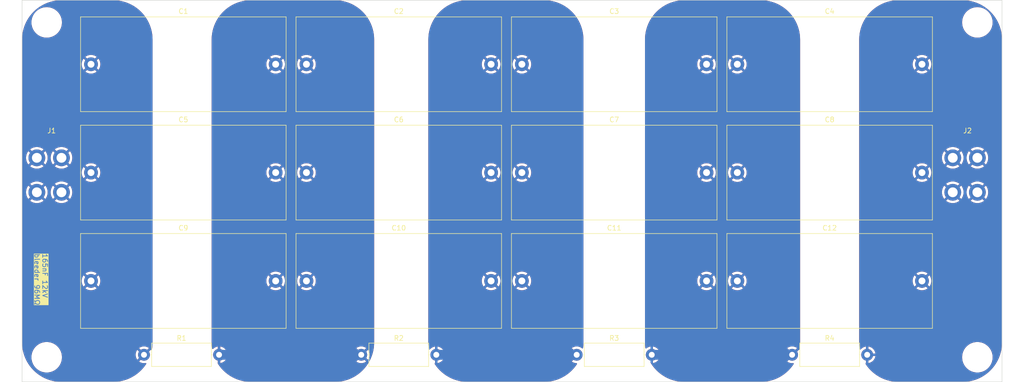
<source format=kicad_pcb>
(kicad_pcb
	(version 20240108)
	(generator "pcbnew")
	(generator_version "8.0")
	(general
		(thickness 1.6)
		(legacy_teardrops no)
	)
	(paper "A4")
	(layers
		(0 "F.Cu" signal)
		(31 "B.Cu" signal)
		(32 "B.Adhes" user "B.Adhesive")
		(33 "F.Adhes" user "F.Adhesive")
		(34 "B.Paste" user)
		(35 "F.Paste" user)
		(36 "B.SilkS" user "B.Silkscreen")
		(37 "F.SilkS" user "F.Silkscreen")
		(38 "B.Mask" user)
		(39 "F.Mask" user)
		(40 "Dwgs.User" user "User.Drawings")
		(41 "Cmts.User" user "User.Comments")
		(42 "Eco1.User" user "User.Eco1")
		(43 "Eco2.User" user "User.Eco2")
		(44 "Edge.Cuts" user)
		(45 "Margin" user)
		(46 "B.CrtYd" user "B.Courtyard")
		(47 "F.CrtYd" user "F.Courtyard")
		(48 "B.Fab" user)
		(49 "F.Fab" user)
		(50 "User.1" user)
		(51 "User.2" user)
		(52 "User.3" user)
		(53 "User.4" user)
		(54 "User.5" user)
		(55 "User.6" user)
		(56 "User.7" user)
		(57 "User.8" user)
		(58 "User.9" user)
	)
	(setup
		(stackup
			(layer "F.SilkS"
				(type "Top Silk Screen")
			)
			(layer "F.Paste"
				(type "Top Solder Paste")
			)
			(layer "F.Mask"
				(type "Top Solder Mask")
				(thickness 0.01)
			)
			(layer "F.Cu"
				(type "copper")
				(thickness 0.035)
			)
			(layer "dielectric 1"
				(type "core")
				(thickness 1.51)
				(material "FR4")
				(epsilon_r 4.5)
				(loss_tangent 0.02)
			)
			(layer "B.Cu"
				(type "copper")
				(thickness 0.035)
			)
			(layer "B.Mask"
				(type "Bottom Solder Mask")
				(thickness 0.01)
			)
			(layer "B.Paste"
				(type "Bottom Solder Paste")
			)
			(layer "B.SilkS"
				(type "Bottom Silk Screen")
			)
			(copper_finish "None")
			(dielectric_constraints no)
		)
		(pad_to_mask_clearance 0)
		(allow_soldermask_bridges_in_footprints no)
		(pcbplotparams
			(layerselection 0x0001000_ffffffff)
			(plot_on_all_layers_selection 0x0000000_00000000)
			(disableapertmacros no)
			(usegerberextensions yes)
			(usegerberattributes yes)
			(usegerberadvancedattributes yes)
			(creategerberjobfile no)
			(dashed_line_dash_ratio 12.000000)
			(dashed_line_gap_ratio 3.000000)
			(svgprecision 4)
			(plotframeref no)
			(viasonmask no)
			(mode 1)
			(useauxorigin no)
			(hpglpennumber 1)
			(hpglpenspeed 20)
			(hpglpendiameter 15.000000)
			(pdf_front_fp_property_popups yes)
			(pdf_back_fp_property_popups yes)
			(dxfpolygonmode yes)
			(dxfimperialunits yes)
			(dxfusepcbnewfont yes)
			(psnegative no)
			(psa4output no)
			(plotreference yes)
			(plotvalue yes)
			(plotfptext yes)
			(plotinvisibletext no)
			(sketchpadsonfab no)
			(subtractmaskfromsilk no)
			(outputformat 1)
			(mirror no)
			(drillshape 0)
			(scaleselection 1)
			(outputdirectory "gerber/")
		)
	)
	(net 0 "")
	(net 1 "/HV")
	(net 2 "/STAGE1")
	(net 3 "/STAGE2")
	(net 4 "/STAGE3")
	(net 5 "GND")
	(footprint "Capacitor_THT:C_Rect_L41.5mm_W19.0mm_P37.50mm_MKS4" (layer "F.Cu") (at 108.75 53))
	(footprint "Resistor_THT:R_Axial_DIN0414_L11.9mm_D4.5mm_P15.24mm_Horizontal" (layer "F.Cu") (at 207.38 112))
	(footprint "my library:Keystone_PC_screw_terminal" (layer "F.Cu") (at 243 67))
	(footprint "Capacitor_THT:C_Rect_L41.5mm_W19.0mm_P37.50mm_MKS4" (layer "F.Cu") (at 108.75 75))
	(footprint "MountingHole:MountingHole_2.2mm_M2" (layer "F.Cu") (at 245 44.5))
	(footprint "MountingHole:MountingHole_2.2mm_M2" (layer "F.Cu") (at 245 112.5))
	(footprint "MountingHole:MountingHole_2.2mm_M2" (layer "F.Cu") (at 56 44.5))
	(footprint "Resistor_THT:R_Axial_DIN0414_L11.9mm_D4.5mm_P15.24mm_Horizontal" (layer "F.Cu") (at 163.63 112))
	(footprint "Capacitor_THT:C_Rect_L41.5mm_W19.0mm_P37.50mm_MKS4" (layer "F.Cu") (at 152.5 97))
	(footprint "Capacitor_THT:C_Rect_L41.5mm_W19.0mm_P37.50mm_MKS4" (layer "F.Cu") (at 108.75 97))
	(footprint "Resistor_THT:R_Axial_DIN0414_L11.9mm_D4.5mm_P15.24mm_Horizontal" (layer "F.Cu") (at 75.76 112))
	(footprint "Capacitor_THT:C_Rect_L41.5mm_W19.0mm_P37.50mm_MKS4" (layer "F.Cu") (at 65 53))
	(footprint "Capacitor_THT:C_Rect_L41.5mm_W19.0mm_P37.50mm_MKS4" (layer "F.Cu") (at 196.25 97))
	(footprint "MountingHole:MountingHole_2.2mm_M2" (layer "F.Cu") (at 56 112.5))
	(footprint "Capacitor_THT:C_Rect_L41.5mm_W19.0mm_P37.50mm_MKS4" (layer "F.Cu") (at 152.5 53))
	(footprint "Resistor_THT:R_Axial_DIN0414_L11.9mm_D4.5mm_P15.24mm_Horizontal" (layer "F.Cu") (at 119.88 112))
	(footprint "my library:Keystone_PC_screw_terminal" (layer "F.Cu") (at 57 67))
	(footprint "Capacitor_THT:C_Rect_L41.5mm_W19.0mm_P37.50mm_MKS4" (layer "F.Cu") (at 65 75))
	(footprint "Capacitor_THT:C_Rect_L41.5mm_W19.0mm_P37.50mm_MKS4" (layer "F.Cu") (at 196.25 53))
	(footprint "Capacitor_THT:C_Rect_L41.5mm_W19.0mm_P37.50mm_MKS4" (layer "F.Cu") (at 152.5 75))
	(footprint "Capacitor_THT:C_Rect_L41.5mm_W19.0mm_P37.50mm_MKS4" (layer "F.Cu") (at 65 97))
	(footprint "Capacitor_THT:C_Rect_L41.5mm_W19.0mm_P37.50mm_MKS4" (layer "F.Cu") (at 196.25 75))
	(gr_rect
		(start 51 40)
		(end 250 117.5)
		(stroke
			(width 0.1)
			(type default)
		)
		(fill none)
		(layer "Edge.Cuts")
		(uuid "2da55d88-b202-4bb1-8a09-7c92e9b50ef8")
	)
	(gr_text "165nF 12kV\nbleeder 96MΩ"
		(at 53.45 91.35 -90)
		(layer "F.SilkS" knockout)
		(uuid "15a0e9fd-9e61-4001-a185-ef731c2be6ca")
		(effects
			(font
				(size 1 1)
				(thickness 0.15)
			)
			(justify left bottom)
		)
	)
	(segment
		(start 91 112)
		(end 119.88 112)
		(width 2)
		(layer "B.Cu")
		(net 2)
		(uuid "ab99bf3f-7863-4ecd-a546-a6fe28a28b9e")
	)
	(segment
		(start 135.12 112)
		(end 163.63 112)
		(width 2)
		(layer "B.Cu")
		(net 3)
		(uuid "98d66c0e-ce23-463f-b828-fb260e0418b9")
	)
	(segment
		(start 207.38 112)
		(end 178.87 112)
		(width 2)
		(layer "B.Cu")
		(net 4)
		(uuid "9c9d2feb-5692-4e7e-b143-cc9ef6158510")
	)
	(zone
		(net 2)
		(net_name "/STAGE1")
		(layers "F&B.Cu")
		(uuid "960bb846-cd48-412b-9cad-1dc29169fda0")
		(hatch edge 0.5)
		(connect_pads
			(clearance 0.5)
		)
		(min_thickness 0.25)
		(filled_areas_thickness no)
		(fill yes
			(thermal_gap 0.5)
			(thermal_bridge_width 0.5)
			(smoothing fillet)
			(radius 8)
		)
		(polygon
			(pts
				(xy 122.5 40) (xy 122.5 117.5) (xy 89.5 117.5) (xy 89.5 40)
			)
		)
		(filled_polygon
			(layer "F.Cu")
			(pts
				(xy 114.516211 40.000578) (xy 115.066298 40.020225) (xy 115.075091 40.020853) (xy 115.634141 40.080957)
				(xy 115.642857 40.08221) (xy 116.196191 40.182043) (xy 116.204799 40.183916) (xy 116.749578 40.322963)
				(xy 116.758058 40.325453) (xy 117.291504 40.503001) (xy 117.299798 40.506094) (xy 117.819225 40.721248)
				(xy 117.827276 40.724925) (xy 118.330028 40.976584) (xy 118.337798 40.980826) (xy 118.821325 41.267716)
				(xy 118.828771 41.272502) (xy 119.290578 41.593141) (xy 119.297664 41.598445) (xy 119.523726 41.780616)
				(xy 119.735445 41.95123) (xy 119.742128 41.957021) (xy 120.153612 42.340128) (xy 120.159871 42.346387)
				(xy 120.542978 42.757871) (xy 120.548775 42.764561) (xy 120.901554 43.202335) (xy 120.906858 43.209421)
				(xy 121.227497 43.671228) (xy 121.232283 43.678674) (xy 121.519173 44.162201) (xy 121.523415 44.169971)
				(xy 121.775074 44.672723) (xy 121.778751 44.680774) (xy 121.993905 45.200201) (xy 121.996998 45.208495)
				(xy 122.174544 45.741935) (xy 122.177038 45.750428) (xy 122.316078 46.29518) (xy 122.31796 46.303829)
				(xy 122.417785 46.857119) (xy 122.419045 46.865881) (xy 122.479144 47.42489) (xy 122.479775 47.433719)
				(xy 122.499921 47.997788) (xy 122.5 48.002214) (xy 122.5 109.497786) (xy 122.499921 109.502212)
				(xy 122.479775 110.06628) (xy 122.479144 110.075109) (xy 122.419045 110.634118) (xy 122.417785 110.64288)
				(xy 122.31796 111.19617) (xy 122.316078 111.204819) (xy 122.177038 111.749571) (xy 122.174544 111.758064)
				(xy 121.996998 112.291504) (xy 121.993905 112.299798) (xy 121.778751 112.819225) (xy 121.775074 112.827276)
				(xy 121.523415 113.330028) (xy 121.519173 113.337798) (xy 121.232283 113.821325) (xy 121.227497 113.828771)
				(xy 120.906858 114.290578) (xy 120.901554 114.297664) (xy 120.548775 114.735438) (xy 120.542978 114.742128)
				(xy 120.159871 115.153612) (xy 120.153612 115.159871) (xy 119.742128 115.542978) (xy 119.735438 115.548775)
				(xy 119.297664 115.901554) (xy 119.290578 115.906858) (xy 118.828771 116.227497) (xy 118.821325 116.232283)
				(xy 118.337798 116.519173) (xy 118.330028 116.523415) (xy 117.827276 116.775074) (xy 117.819225 116.778751)
				(xy 117.299798 116.993905) (xy 117.291504 116.996998) (xy 116.758064 117.174544) (xy 116.749571 117.177038)
				(xy 116.204819 117.316078) (xy 116.19617 117.31796) (xy 115.64288 117.417785) (xy 115.634118 117.419045)
				(xy 115.075109 117.479144) (xy 115.06628 117.479775) (xy 114.516212 117.499421) (xy 114.511786 117.4995)
				(xy 97.488214 117.4995) (xy 97.483788 117.499421) (xy 96.933719 117.479775) (xy 96.92489 117.479144)
				(xy 96.365881 117.419045) (xy 96.357119 117.417785) (xy 95.803829 117.31796) (xy 95.79518 117.316078)
				(xy 95.250428 117.177038) (xy 95.241935 117.174544) (xy 94.708495 116.996998) (xy 94.700201 116.993905)
				(xy 94.180774 116.778751) (xy 94.172723 116.775074) (xy 93.669971 116.523415) (xy 93.662201 116.519173)
				(xy 93.178674 116.232283) (xy 93.171228 116.227497) (xy 92.709421 115.906858) (xy 92.702335 115.901554)
				(xy 92.264561 115.548775) (xy 92.257871 115.542978) (xy 91.846387 115.159871) (xy 91.840128 115.153612)
				(xy 91.457021 114.742128) (xy 91.451224 114.735438) (xy 91.098445 114.297664) (xy 91.093141 114.290578)
				(xy 90.772502 113.828771) (xy 90.767715 113.821322) (xy 90.759877 113.808111) (xy 90.742826 113.75354)
				(xy 90.75 113.709755) (xy 90.75 112.25) (xy 91.25 112.25) (xy 91.25 113.68152) (xy 91.379345 113.662025)
				(xy 91.622823 113.586921) (xy 91.852379 113.476374) (xy 92.013188 113.366737) (xy 118.866813 113.366737)
				(xy 119.027619 113.476372) (xy 119.257179 113.586922) (xy 119.500654 113.662025) (xy 119.752603 113.7)
				(xy 120.007397 113.7) (xy 120.259345 113.662025) (xy 120.502823 113.586921) (xy 120.732383 113.476372)
				(xy 120.893185 113.366737) (xy 119.88 112.353553) (xy 118.866813 113.366737) (xy 92.013188 113.366737)
				(xy 92.062907 113.332839) (xy 92.249682 113.159536) (xy 92.408545 112.960328) (xy 92.535942 112.739669)
				(xy 92.629028 112.502491) (xy 92.685726 112.25408) (xy 92.686032 112.25) (xy 91.25 112.25) (xy 90.75 112.25)
				(xy 90.75 112) (xy 118.175232 112) (xy 118.194273 112.25408) (xy 118.250971 112.502491) (xy 118.344057 112.739668)
				(xy 118.471456 112.960331) (xy 118.513452 113.012993) (xy 118.513453 113.012993) (xy 119.526447 112.000001)
				(xy 119.526447 112) (xy 120.233553 112) (xy 121.246545 113.012993) (xy 121.246546 113.012992) (xy 121.288545 112.960328)
				(xy 121.415942 112.739669) (xy 121.509028 112.502491) (xy 121.565726 112.25408) (xy 121.584767 112)
				(xy 121.565726 111.745919) (xy 121.509028 111.497508) (xy 121.415942 111.26033) (xy 121.288545 111.039671)
				(xy 121.246546 110.987005) (xy 120.233553 112) (xy 119.526447 112) (xy 119.526447 111.999999) (xy 118.513453 110.987006)
				(xy 118.471453 111.039673) (xy 118.344057 111.260331) (xy 118.250971 111.497508) (xy 118.194273 111.745919)
				(xy 118.175232 112) (xy 90.75 112) (xy 90.75 110.318479) (xy 91.25 110.318479) (xy 91.25 111.75)
				(xy 92.686032 111.75) (xy 92.686032 111.749999) (xy 92.685726 111.745919) (xy 92.629028 111.497508)
				(xy 92.535942 111.26033) (xy 92.408545 111.039671) (xy 92.249682 110.840463) (xy 92.062907 110.66716)
				(xy 92.013186 110.633261) (xy 118.866813 110.633261) (xy 119.88 111.646447) (xy 119.880001 111.646447)
				(xy 120.893185 110.633261) (xy 120.732379 110.523625) (xy 120.502823 110.413078) (xy 120.259345 110.337974)
				(xy 120.007397 110.3) (xy 119.752603 110.3) (xy 119.500654 110.337974) (xy 119.257179 110.413077)
				(xy 119.027615 110.523628) (xy 118.866813 110.633261) (xy 92.013186 110.633261) (xy 91.852379 110.523625)
				(xy 91.622823 110.413078) (xy 91.379345 110.337974) (xy 91.25 110.318479) (xy 90.75 110.318479)
				(xy 90.620654 110.337974) (xy 90.377179 110.413077) (xy 90.147615 110.523628) (xy 89.937091 110.667161)
				(xy 89.802988 110.791591) (xy 89.744851 110.821893) (xy 89.679388 110.818314) (xy 89.624899 110.781856)
				(xy 89.596617 110.722711) (xy 89.582214 110.642877) (xy 89.580955 110.634121) (xy 89.569076 110.523628)
				(xy 89.520853 110.075091) (xy 89.520225 110.066298) (xy 89.500078 109.502211) (xy 89.5 109.497786)
				(xy 89.5 98.508677) (xy 101.344874 98.508677) (xy 101.344875 98.508678) (xy 101.470157 98.602463)
				(xy 101.708692 98.732712) (xy 101.963345 98.827694) (xy 102.22891 98.885463) (xy 102.5 98.904853)
				(xy 102.771089 98.885463) (xy 103.036654 98.827694) (xy 103.291307 98.732712) (xy 103.529839 98.602465)
				(xy 103.655124 98.508677) (xy 107.594874 98.508677) (xy 107.594875 98.508678) (xy 107.720157 98.602463)
				(xy 107.958692 98.732712) (xy 108.213345 98.827694) (xy 108.47891 98.885463) (xy 108.75 98.904853)
				(xy 109.021089 98.885463) (xy 109.286654 98.827694) (xy 109.541307 98.732712) (xy 109.779839 98.602465)
				(xy 109.905124 98.508677) (xy 108.750001 97.353553) (xy 108.75 97.353553) (xy 107.594874 98.508677)
				(xy 103.655124 98.508677) (xy 102.500001 97.353553) (xy 102.5 97.353553) (xy 101.344874 98.508677)
				(xy 89.5 98.508677) (xy 89.5 97) (xy 100.595146 97) (xy 100.614536 97.271089) (xy 100.672305 97.536654)
				(xy 100.767287 97.791307) (xy 100.897536 98.029842) (xy 100.99132 98.155124) (xy 100.991321 98.155124)
				(xy 102.146446 97.000001) (xy 102.853553 97.000001) (xy 104.008677 98.155124) (xy 104.102465 98.029839)
				(xy 104.232712 97.791307) (xy 104.327694 97.536654) (xy 104.385463 97.271089) (xy 104.404853 97)
				(xy 106.845146 97) (xy 106.864536 97.271089) (xy 106.922305 97.536654) (xy 107.017287 97.791307)
				(xy 107.147536 98.029842) (xy 107.24132 98.155124) (xy 107.241321 98.155124) (xy 108.396446 97.000001)
				(xy 109.103553 97.000001) (xy 110.258677 98.155124) (xy 110.352465 98.029839) (xy 110.482712 97.791307)
				(xy 110.577694 97.536654) (xy 110.635463 97.271089) (xy 110.654853 97) (xy 110.635463 96.72891)
				(xy 110.577694 96.463345) (xy 110.482712 96.208692) (xy 110.352463 95.970157) (xy 110.258678 95.844875)
				(xy 110.258677 95.844874) (xy 109.103553 97) (xy 109.103553 97.000001) (xy 108.396446 97.000001)
				(xy 108.396446 96.999999) (xy 107.241321 95.844875) (xy 107.147534 95.970162) (xy 107.017286 96.208692)
				(xy 106.922305 96.463345) (xy 106.864536 96.72891) (xy 106.845146 97) (xy 104.404853 97) (xy 104.385463 96.72891)
				(xy 104.327694 96.463345) (xy 104.232712 96.208692) (xy 104.102463 95.970157) (xy 104.008678 95.844875)
				(xy 104.008677 95.844874) (xy 102.853553 97) (xy 102.853553 97.000001) (xy 102.146446 97.000001)
				(xy 102.146446 96.999999) (xy 100.991321 95.844875) (xy 100.897534 95.970162) (xy 100.767286 96.208692)
				(xy 100.672305 96.463345) (xy 100.614536 96.72891) (xy 100.595146 97) (xy 89.5 97) (xy 89.5 95.491321)
				(xy 101.344874 95.491321) (xy 102.499998 96.646446) (xy 102.499999 96.646446) (xy 103.655123 95.491321)
				(xy 107.594874 95.491321) (xy 108.749998 96.646446) (xy 108.749999 96.646446) (xy 109.905124 95.49132)
				(xy 109.779842 95.397536) (xy 109.541307 95.267287) (xy 109.286654 95.172305) (xy 109.021089 95.114536)
				(xy 108.75 95.095146) (xy 108.47891 95.114536) (xy 108.213345 95.172305) (xy 107.958692 95.267286)
				(xy 107.720162 95.397534) (xy 107.594874 95.491321) (xy 103.655123 95.491321) (xy 103.655124 95.49132)
				(xy 103.529842 95.397536) (xy 103.291307 95.267287) (xy 103.036654 95.172305) (xy 102.771089 95.114536)
				(xy 102.5 95.095146) (xy 102.22891 95.114536) (xy 101.963345 95.172305) (xy 101.708692 95.267286)
				(xy 101.470162 95.397534) (xy 101.344874 95.491321) (xy 89.5 95.491321) (xy 89.5 76.508677) (xy 101.344874 76.508677)
				(xy 101.344875 76.508678) (xy 101.470157 76.602463) (xy 101.708692 76.732712) (xy 101.963345 76.827694)
				(xy 102.22891 76.885463) (xy 102.5 76.904853) (xy 102.771089 76.885463) (xy 103.036654 76.827694)
				(xy 103.291307 76.732712) (xy 103.529839 76.602465) (xy 103.655124 76.508677) (xy 107.594874 76.508677)
				(xy 107.594875 76.508678) (xy 107.720157 76.602463) (xy 107.958692 76.732712) (xy 108.213345 76.827694)
				(xy 108.47891 76.885463) (xy 108.75 76.904853) (xy 109.021089 76.885463) (xy 109.286654 76.827694)
				(xy 109.541307 76.732712) (xy 109.779839 76.602465) (xy 109.905124 76.508677) (xy 108.750001 75.353553)
				(xy 108.75 75.353553) (xy 107.594874 76.508677) (xy 103.655124 76.508677) (xy 102.500001 75.353553)
				(xy 102.5 75.353553) (xy 101.344874 76.508677) (xy 89.5 76.508677) (xy 89.5 74.999999) (xy 100.595146 74.999999)
				(xy 100.614536 75.271089) (xy 100.672305 75.536654) (xy 100.767287 75.791307) (xy 100.897536 76.029842)
				(xy 100.99132 76.155124) (xy 100.991321 76.155124) (xy 102.146446 75.000001) (xy 102.853553 75.000001)
				(xy 104.008677 76.155124) (xy 104.102465 76.029839) (xy 104.232712 75.791307) (xy 104.327694 75.536654)
				(xy 104.385463 75.271089) (xy 104.404853 74.999999) (xy 106.845146 74.999999) (xy 106.864536 75.271089)
				(xy 106.922305 75.536654) (xy 107.017287 75.791307) (xy 107.147536 76.029842) (xy 107.24132 76.155124)
				(xy 107.241321 76.155124) (xy 108.396446 75.000001) (xy 109.103553 75.000001) (xy 110.258677 76.155124)
				(xy 110.352465 76.029839) (xy 110.482712 75.791307) (xy 110.577694 75.536654) (xy 110.635463 75.271089)
				(xy 110.654853 74.999999) (xy 110.635463 74.72891) (xy 110.577694 74.463345) (xy 110.482712 74.208692)
				(xy 110.352463 73.970157) (xy 110.258678 73.844875) (xy 110.258677 73.844874) (xy 109.103553 75)
				(xy 109.103553 75.000001) (xy 108.396446 75.000001) (xy 108.396446 74.999999) (xy 107.241321 73.844875)
				(xy 107.147534 73.970162) (xy 107.017286 74.208692) (xy 106.922305 74.463345) (xy 106.864536 74.72891)
				(xy 106.845146 74.999999) (xy 104.404853 74.999999) (xy 104.385463 74.72891) (xy 104.327694 74.463345)
				(xy 104.232712 74.208692) (xy 104.102463 73.970157) (xy 104.008678 73.844875) (xy 104.008677 73.844874)
				(xy 102.853553 75) (xy 102.853553 75.000001) (xy 102.146446 75.000001) (xy 102.146446 74.999999)
				(xy 100.991321 73.844875) (xy 100.897534 73.970162) (xy 100.767286 74.208692) (xy 100.672305 74.463345)
				(xy 100.614536 74.72891) (xy 100.595146 74.999999) (xy 89.5 74.999999) (xy 89.5 73.491321) (xy 101.344874 73.491321)
				(xy 102.499998 74.646446) (xy 102.499999 74.646446) (xy 103.655123 73.491321) (xy 107.594874 73.491321)
				(xy 108.749998 74.646446) (xy 108.749999 74.646446) (xy 109.905124 73.49132) (xy 109.779842 73.397536)
				(xy 109.541307 73.267287) (xy 109.286654 73.172305) (xy 109.021089 73.114536) (xy 108.75 73.095146)
				(xy 108.47891 73.114536) (xy 108.213345 73.172305) (xy 107.958692 73.267286) (xy 107.720162 73.397534)
				(xy 107.594874 73.491321) (xy 103.655123 73.491321) (xy 103.655124 73.49132) (xy 103.529842 73.397536)
				(xy 103.291307 73.267287) (xy 103.036654 73.172305) (xy 102.771089 73.114536) (xy 102.5 73.095146)
				(xy 102.22891 73.114536) (xy 101.963345 73.172305) (xy 101.708692 73.267286) (xy 101.470162 73.397534)
				(xy 101.344874 73.491321) (xy 89.5 73.491321) (xy 89.5 54.508677) (xy 101.344874 54.508677) (xy 101.344875 54.508678)
				(xy 101.470157 54.602463) (xy 101.708692 54.732712) (xy 101.963345 54.827694) (xy 102.22891 54.885463)
				(xy 102.5 54.904853) (xy 102.771089 54.885463) (xy 103.036654 54.827694) (xy 103.291307 54.732712)
				(xy 103.529839 54.602465) (xy 103.655124 54.508677) (xy 107.594874 54.508677) (xy 107.594875 54.508678)
				(xy 107.720157 54.602463) (xy 107.958692 54.732712) (xy 108.213345 54.827694) (xy 108.47891 54.885463)
				(xy 108.75 54.904853) (xy 109.021089 54.885463) (xy 109.286654 54.827694) (xy 109.541307 54.732712)
				(xy 109.779839 54.602465) (xy 109.905124 54.508677) (xy 108.750001 53.353553) (xy 108.75 53.353553)
				(xy 107.594874 54.508677) (xy 103.655124 54.508677) (xy 102.500001 53.353553) (xy 102.5 53.353553)
				(xy 101.344874 54.508677) (xy 89.5 54.508677) (xy 89.5 52.999999) (xy 100.595146 52.999999) (xy 100.614536 53.271089)
				(xy 100.672305 53.536654) (xy 100.767287 53.791307) (xy 100.897536 54.029842) (xy 100.99132 54.155124)
				(xy 102.146446 53) (xy 102.146446 52.999999) (xy 102.853553 52.999999) (xy 104.008677 54.155124)
				(xy 104.102465 54.029839) (xy 104.232712 53.791307) (xy 104.327694 53.536654) (xy 104.385463 53.271089)
				(xy 104.404853 52.999999) (xy 106.845146 52.999999) (xy 106.864536 53.271089) (xy 106.922305 53.536654)
				(xy 107.017287 53.791307) (xy 107.147536 54.029842) (xy 107.24132 54.155124) (xy 108.396446 52.999999)
				(xy 109.103553 52.999999) (xy 110.258677 54.155124) (xy 110.352465 54.029839) (xy 110.482712 53.791307)
				(xy 110.577694 53.536654) (xy 110.635463 53.271089) (xy 110.654853 52.999999) (xy 110.635463 52.72891)
				(xy 110.577694 52.463345) (xy 110.482712 52.208692) (xy 110.352463 51.970157) (xy 110.258678 51.844875)
				(xy 110.258678 51.844874) (xy 109.103553 52.999999) (xy 108.396446 52.999999) (xy 107.241321 51.844875)
				(xy 107.147534 51.970162) (xy 107.017286 52.208692) (xy 106.922305 52.463345) (xy 106.864536 52.72891)
				(xy 106.845146 52.999999) (xy 104.404853 52.999999) (xy 104.385463 52.72891) (xy 104.327694 52.463345)
				(xy 104.232712 52.208692) (xy 104.102463 51.970157) (xy 104.008678 51.844875) (xy 104.008678 51.844874)
				(xy 102.853553 52.999999) (xy 102.146446 52.999999) (xy 102.146446 52.999998) (xy 100.991321 51.844875)
				(xy 100.897534 51.970162) (xy 100.767286 52.208692) (xy 100.672305 52.463345) (xy 100.614536 52.72891)
				(xy 100.595146 52.999999) (xy 89.5 52.999999) (xy 89.5 51.491321) (xy 101.344875 51.491321) (xy 102.5 52.646446)
				(xy 102.500001 52.646446) (xy 103.655124 51.491321) (xy 107.594875 51.491321) (xy 108.75 52.646446)
				(xy 108.750001 52.646446) (xy 109.905124 51.491321) (xy 109.905124 51.49132) (xy 109.779842 51.397536)
				(xy 109.541307 51.267287) (xy 109.286654 51.172305) (xy 109.021089 51.114536) (xy 108.75 51.095146)
				(xy 108.47891 51.114536) (xy 108.213345 51.172305) (xy 107.958692 51.267286) (xy 107.720162 51.397534)
				(xy 107.594875 51.491321) (xy 103.655124 51.491321) (xy 103.655124 51.49132) (xy 103.529842 51.397536)
				(xy 103.291307 51.267287) (xy 103.036654 51.172305) (xy 102.771089 51.114536) (xy 102.5 51.095146)
				(xy 102.22891 51.114536) (xy 101.963345 51.172305) (xy 101.708692 51.267286) (xy 101.470162 51.397534)
				(xy 101.344875 51.491321) (xy 89.5 51.491321) (xy 89.5 48.002214) (xy 89.500079 47.997788) (xy 89.520225 47.433699)
				(xy 89.520853 47.42491) (xy 89.580957 46.865854) (xy 89.58221 46.857146) (xy 89.682044 46.303802)
				(xy 89.683915 46.295206) (xy 89.822965 45.750413) (xy 89.82545 45.741949) (xy 90.003005 45.208483)
				(xy 90.006094 45.200201) (xy 90.221248 44.680774) (xy 90.224925 44.672723) (xy 90.476584 44.169971)
				(xy 90.480816 44.162217) (xy 90.767725 43.678658) (xy 90.772492 43.671242) (xy 91.093145 43.209415)
				(xy 91.098445 43.202335) (xy 91.451241 42.76454) (xy 91.457002 42.757891) (xy 91.840135 42.346379)
				(xy 91.846379 42.340135) (xy 92.257891 41.957002) (xy 92.26454 41.951241) (xy 92.702341 41.59844)
				(xy 92.709421 41.593141) (xy 93.171242 41.272492) (xy 93.178658 41.267725) (xy 93.662217 40.980816)
				(xy 93.669965 40.976587) (xy 93.919752 40.851552) (xy 94.172723 40.724925) (xy 94.180769 40.72125)
				(xy 94.700212 40.506089) (xy 94.708483 40.503005) (xy 95.241949 40.32545) (xy 95.250413 40.322965)
				(xy 95.795206 40.183915) (xy 95.803802 40.182044) (xy 96.357146 40.08221) (xy 96.365854 40.080957)
				(xy 96.92491 40.020853) (xy 96.933699 40.020225) (xy 97.483788 40.000578) (xy 97.488214 40.0005)
				(xy 114.511786 40.0005)
			)
		)
		(filled_polygon
			(layer "B.Cu")
			(pts
				(xy 114.516211 40.000578) (xy 115.066298 40.020225) (xy 115.075091 40.020853) (xy 115.634141 40.080957)
				(xy 115.642857 40.08221) (xy 116.196191 40.182043) (xy 116.204799 40.183916) (xy 116.749578 40.322963)
				(xy 116.758058 40.325453) (xy 117.291504 40.503001) (xy 117.299798 40.506094) (xy 117.819225 40.721248)
				(xy 117.827276 40.724925) (xy 118.330028 40.976584) (xy 118.337798 40.980826) (xy 118.821325 41.267716)
				(xy 118.828771 41.272502) (xy 119.290578 41.593141) (xy 119.297664 41.598445) (xy 119.523726 41.780616)
				(xy 119.735445 41.95123) (xy 119.742128 41.957021) (xy 120.153612 42.340128) (xy 120.159871 42.346387)
				(xy 120.542978 42.757871) (xy 120.548775 42.764561) (xy 120.901554 43.202335) (xy 120.906858 43.209421)
				(xy 121.227497 43.671228) (xy 121.232283 43.678674) (xy 121.519173 44.162201) (xy 121.523415 44.169971)
				(xy 121.775074 44.672723) (xy 121.778751 44.680774) (xy 121.993905 45.200201) (xy 121.996998 45.208495)
				(xy 122.174544 45.741935) (xy 122.177038 45.750428) (xy 122.316078 46.29518) (xy 122.31796 46.303829)
				(xy 122.417785 46.857119) (xy 122.419045 46.865881) (xy 122.479144 47.42489) (xy 122.479775 47.433719)
				(xy 122.499921 47.997788) (xy 122.5 48.002214) (xy 122.5 109.497786) (xy 122.499921 109.502212)
				(xy 122.479775 110.06628) (xy 122.479144 110.075109) (xy 122.419045 110.634118) (xy 122.417785 110.64288)
				(xy 122.31796 111.19617) (xy 122.316078 111.204819) (xy 122.177038 111.749571) (xy 122.174544 111.758064)
				(xy 121.996998 112.291504) (xy 121.993905 112.299798) (xy 121.778751 112.819225) (xy 121.775074 112.827276)
				(xy 121.523415 113.330028) (xy 121.519173 113.337798) (xy 121.232283 113.821325) (xy 121.227497 113.828771)
				(xy 120.906858 114.290578) (xy 120.901554 114.297664) (xy 120.548775 114.735438) (xy 120.542978 114.742128)
				(xy 120.159871 115.153612) (xy 120.153612 115.159871) (xy 119.742128 115.542978) (xy 119.735438 115.548775)
				(xy 119.297664 115.901554) (xy 119.290578 115.906858) (xy 118.828771 116.227497) (xy 118.821325 116.232283)
				(xy 118.337798 116.519173) (xy 118.330028 116.523415) (xy 117.827276 116.775074) (xy 117.819225 116.778751)
				(xy 117.299798 116.993905) (xy 117.291504 116.996998) (xy 116.758064 117.174544) (xy 116.749571 117.177038)
				(xy 116.204819 117.316078) (xy 116.19617 117.31796) (xy 115.64288 117.417785) (xy 115.634118 117.419045)
				(xy 115.075109 117.479144) (xy 115.06628 117.479775) (xy 114.516212 117.499421) (xy 114.511786 117.4995)
				(xy 97.488214 117.4995) (xy 97.483788 117.499421) (xy 96.933719 117.479775) (xy 96.92489 117.479144)
				(xy 96.365881 117.419045) (xy 96.357119 117.417785) (xy 95.803829 117.31796) (xy 95.79518 117.316078)
				(xy 95.250428 117.177038) (xy 95.241935 117.174544) (xy 94.708495 116.996998) (xy 94.700201 116.993905)
				(xy 94.180774 116.778751) (xy 94.172723 116.775074) (xy 93.669971 116.523415) (xy 93.662201 116.519173)
				(xy 93.178674 116.232283) (xy 93.171228 116.227497) (xy 92.709421 115.906858) (xy 92.702335 115.901554)
				(xy 92.264561 115.548775) (xy 92.257871 115.542978) (xy 91.846387 115.159871) (xy 91.840128 115.153612)
				(xy 91.457021 114.742128) (xy 91.451224 114.735438) (xy 91.098445 114.297664) (xy 91.093141 114.290578)
				(xy 90.772502 113.828771) (xy 90.767715 113.821322) (xy 90.759877 113.808111) (xy 90.742826 113.75354)
				(xy 90.75 113.709755) (xy 90.75 112.25) (xy 91.25 112.25) (xy 91.25 113.68152) (xy 91.379345 113.662025)
				(xy 91.622823 113.586921) (xy 91.852379 113.476374) (xy 92.013188 113.366737) (xy 118.866813 113.366737)
				(xy 119.027619 113.476372) (xy 119.257179 113.586922) (xy 119.500654 113.662025) (xy 119.752603 113.7)
				(xy 120.007397 113.7) (xy 120.259345 113.662025) (xy 120.502823 113.586921) (xy 120.732383 113.476372)
				(xy 120.893185 113.366737) (xy 119.88 112.353553) (xy 118.866813 113.366737) (xy 92.013188 113.366737)
				(xy 92.062907 113.332839) (xy 92.249682 113.159536) (xy 92.408545 112.960328) (xy 92.535942 112.739669)
				(xy 92.629028 112.502491) (xy 92.685726 112.25408) (xy 92.686032 112.25) (xy 91.25 112.25) (xy 90.75 112.25)
				(xy 90.75 112) (xy 118.175232 112) (xy 118.194273 112.25408) (xy 118.250971 112.502491) (xy 118.344057 112.739668)
				(xy 118.471456 112.960331) (xy 118.513452 113.012993) (xy 118.513453 113.012993) (xy 119.526447 112.000001)
				(xy 119.526447 112) (xy 120.233553 112) (xy 121.246545 113.012993) (xy 121.246546 113.012992) (xy 121.288545 112.960328)
				(xy 121.415942 112.739669) (xy 121.509028 112.502491) (xy 121.565726 112.25408) (xy 121.584767 112)
				(xy 121.565726 111.745919) (xy 121.509028 111.497508) (xy 121.415942 111.26033) (xy 121.288545 111.039671)
				(xy 121.246546 110.987005) (xy 120.233553 112) (xy 119.526447 112) (xy 119.526447 111.999999) (xy 118.513453 110.987006)
				(xy 118.471453 111.039673) (xy 118.344057 111.260331) (xy 118.250971 111.497508) (xy 118.194273 111.745919)
				(xy 118.175232 112) (xy 90.75 112) (xy 90.75 110.318479) (xy 91.25 110.318479) (xy 91.25 111.75)
				(xy 92.686032 111.75) (xy 92.686032 111.749999) (xy 92.685726 111.745919) (xy 92.629028 111.497508)
				(xy 92.535942 111.26033) (xy 92.408545 111.039671) (xy 92.249682 110.840463) (xy 92.062907 110.66716)
				(xy 92.013186 110.633261) (xy 118.866813 110.633261) (xy 119.88 111.646447) (xy 119.880001 111.646447)
				(xy 120.893185 110.633261) (xy 120.732379 110.523625) (xy 120.502823 110.413078) (xy 120.259345 110.337974)
				(xy 120.007397 110.3) (xy 119.752603 110.3) (xy 119.500654 110.337974) (xy 119.257179 110.413077)
				(xy 119.027615 110.523628) (xy 118.866813 110.633261) (xy 92.013186 110.633261) (xy 91.852379 110.523625)
				(xy 91.622823 110.413078) (xy 91.379345 110.337974) (xy 91.25 110.318479) (xy 90.75 110.318479)
				(xy 90.620654 110.337974) (xy 90.377179 110.413077) (xy 90.147615 110.523628) (xy 89.937091 110.667161)
				(xy 89.802988 110.791591) (xy 89.744851 110.821893) (xy 89.679388 110.818314) (xy 89.624899 110.781856)
				(xy 89.596617 110.722711) (xy 89.582214 110.642877) (xy 89.580955 110.634121) (xy 89.569076 110.523628)
				(xy 89.520853 110.075091) (xy 89.520225 110.066298) (xy 89.500078 109.502211) (xy 89.5 109.497786)
				(xy 89.5 98.508677) (xy 101.344874 98.508677) (xy 101.344875 98.508678) (xy 101.470157 98.602463)
				(xy 101.708692 98.732712) (xy 101.963345 98.827694) (xy 102.22891 98.885463) (xy 102.5 98.904853)
				(xy 102.771089 98.885463) (xy 103.036654 98.827694) (xy 103.291307 98.732712) (xy 103.529839 98.602465)
				(xy 103.655124 98.508677) (xy 107.594874 98.508677) (xy 107.594875 98.508678) (xy 107.720157 98.602463)
				(xy 107.958692 98.732712) (xy 108.213345 98.827694) (xy 108.47891 98.885463) (xy 108.75 98.904853)
				(xy 109.021089 98.885463) (xy 109.286654 98.827694) (xy 109.541307 98.732712) (xy 109.779839 98.602465)
				(xy 109.905124 98.508677) (xy 108.750001 97.353553) (xy 108.75 97.353553) (xy 107.594874 98.508677)
				(xy 103.655124 98.508677) (xy 102.500001 97.353553) (xy 102.5 97.353553) (xy 101.344874 98.508677)
				(xy 89.5 98.508677) (xy 89.5 97) (xy 100.595146 97) (xy 100.614536 97.271089) (xy 100.672305 97.536654)
				(xy 100.767287 97.791307) (xy 100.897536 98.029842) (xy 100.99132 98.155124) (xy 100.991321 98.155124)
				(xy 102.146446 97.000001) (xy 102.853553 97.000001) (xy 104.008677 98.155124) (xy 104.102465 98.029839)
				(xy 104.232712 97.791307) (xy 104.327694 97.536654) (xy 104.385463 97.271089) (xy 104.404853 97)
				(xy 106.845146 97) (xy 106.864536 97.271089) (xy 106.922305 97.536654) (xy 107.017287 97.791307)
				(xy 107.147536 98.029842) (xy 107.24132 98.155124) (xy 107.241321 98.155124) (xy 108.396446 97.000001)
				(xy 109.103553 97.000001) (xy 110.258677 98.155124) (xy 110.352465 98.029839) (xy 110.482712 97.791307)
				(xy 110.577694 97.536654) (xy 110.635463 97.271089) (xy 110.654853 97) (xy 110.635463 96.72891)
				(xy 110.577694 96.463345) (xy 110.482712 96.208692) (xy 110.352463 95.970157) (xy 110.258678 95.844875)
				(xy 110.258677 95.844874) (xy 109.103553 97) (xy 109.103553 97.000001) (xy 108.396446 97.000001)
				(xy 108.396446 96.999999) (xy 107.241321 95.844875) (xy 107.147534 95.970162) (xy 107.017286 96.208692)
				(xy 106.922305 96.463345) (xy 106.864536 96.72891) (xy 106.845146 97) (xy 104.404853 97) (xy 104.385463 96.72891)
				(xy 104.327694 96.463345) (xy 104.232712 96.208692) (xy 104.102463 95.970157) (xy 104.008678 95.844875)
				(xy 104.008677 95.844874) (xy 102.853553 97) (xy 102.853553 97.000001) (xy 102.146446 97.000001)
				(xy 102.146446 96.999999) (xy 100.991321 95.844875) (xy 100.897534 95.970162) (xy 100.767286 96.208692)
				(xy 100.672305 96.463345) (xy 100.614536 96.72891) (xy 100.595146 97) (xy 89.5 97) (xy 89.5 95.491321)
				(xy 101.344874 95.491321) (xy 102.499998 96.646446) (xy 102.499999 96.646446) (xy 103.655123 95.491321)
				(xy 107.594874 95.491321) (xy 108.749998 96.646446) (xy 108.749999 96.646446) (xy 109.905124 95.49132)
				(xy 109.779842 95.397536) (xy 109.541307 95.267287) (xy 109.286654 95.172305) (xy 109.021089 95.114536)
				(xy 108.75 95.095146) (xy 108.47891 95.114536) (xy 108.213345 95.172305) (xy 107.958692 95.267286)
				(xy 107.720162 95.397534) (xy 107.594874 95.491321) (xy 103.655123 95.491321) (xy 103.655124 95.49132)
				(xy 103.529842 95.397536) (xy 103.291307 95.267287) (xy 103.036654 95.172305) (xy 102.771089 95.114536)
				(xy 102.5 95.095146) (xy 102.22891 95.114536) (xy 101.963345 95.172305) (xy 101.708692 95.267286)
				(xy 101.470162 95.397534) (xy 101.344874 95.491321) (xy 89.5 95.491321) (xy 89.5 76.508677) (xy 101.344874 76.508677)
				(xy 101.344875 76.508678) (xy 101.470157 76.602463) (xy 101.708692 76.732712) (xy 101.963345 76.827694)
				(xy 102.22891 76.885463) (xy 102.5 76.904853) (xy 102.771089 76.885463) (xy 103.036654 76.827694)
				(xy 103.291307 76.732712) (xy 103.529839 76.602465) (xy 103.655124 76.508677) (xy 107.594874 76.508677)
				(xy 107.594875 76.508678) (xy 107.720157 76.602463) (xy 107.958692 76.732712) (xy 108.213345 76.827694)
				(xy 108.47891 76.885463) (xy 108.75 76.904853) (xy 109.021089 76.885463) (xy 109.286654 76.827694)
				(xy 109.541307 76.732712) (xy 109.779839 76.602465) (xy 109.905124 76.508677) (xy 108.750001 75.353553)
				(xy 108.75 75.353553) (xy 107.594874 76.508677) (xy 103.655124 76.508677) (xy 102.500001 75.353553)
				(xy 102.5 75.353553) (xy 101.344874 76.508677) (xy 89.5 76.508677) (xy 89.5 74.999999) (xy 100.595146 74.999999)
				(xy 100.614536 75.271089) (xy 100.672305 75.536654) (xy 100.767287 75.791307) (xy 100.897536 76.029842)
				(xy 100.99132 76.155124) (xy 100.991321 76.155124) (xy 102.146446 75.000001) (xy 102.853553 75.000001)
				(xy 104.008677 76.155124) (xy 104.102465 76.029839) (xy 104.232712 75.791307) (xy 104.327694 75.536654)
				(xy 104.385463 75.271089) (xy 104.404853 74.999999) (xy 106.845146 74.999999) (xy 106.864536 75.271089)
				(xy 106.922305 75.536654) (xy 107.017287 75.791307) (xy 107.147536 76.029842) (xy 107.24132 76.155124)
				(xy 107.241321 76.155124) (xy 108.396446 75.000001) (xy 109.103553 75.000001) (xy 110.258677 76.155124)
				(xy 110.352465 76.029839) (xy 110.482712 75.791307) (xy 110.577694 75.536654) (xy 110.635463 75.271089)
				(xy 110.654853 74.999999) (xy 110.635463 74.72891) (xy 110.577694 74.463345) (xy 110.482712 74.208692)
				(xy 110.352463 73.970157) (xy 110.258678 73.844875) (xy 110.258677 73.844874) (xy 109.103553 75)
				(xy 109.103553 75.000001) (xy 108.396446 75.000001) (xy 108.396446 74.999999) (xy 107.241321 73.844875)
				(xy 107.147534 73.970162) (xy 107.017286 74.208692) (xy 106.922305 74.463345) (xy 106.864536 74.72891)
				(xy 106.845146 74.999999) (xy 104.404853 74.999999) (xy 104.385463 74.72891) (xy 104.327694 74.463345)
				(xy 104.232712 74.208692) (xy 104.102463 73.970157) (xy 104.008678 73.844875) (xy 104.008677 73.844874)
				(xy 102.853553 75) (xy 102.853553 75.000001) (xy 102.146446 75.000001) (xy 102.146446 74.999999)
				(xy 100.991321 73.844875) (xy 100.897534 73.970162) (xy 100.767286 74.208692) (xy 100.672305 74.463345)
				(xy 100.614536 74.72891) (xy 100.595146 74.999999) (xy 89.5 74.999999) (xy 89.5 73.491321) (xy 101.344874 73.491321)
				(xy 102.499998 74.646446) (xy 102.499999 74.646446) (xy 103.655123 73.491321) (xy 107.594874 73.491321)
				(xy 108.749998 74.646446) (xy 108.749999 74.646446) (xy 109.905124 73.49132) (xy 109.779842 73.397536)
				(xy 109.541307 73.267287) (xy 109.286654 73.172305) (xy 109.021089 73.114536) (xy 108.75 73.095146)
				(xy 108.47891 73.114536) (xy 108.213345 73.172305) (xy 107.958692 73.267286) (xy 107.720162 73.397534)
				(xy 107.594874 73.491321) (xy 103.655123 73.491321) (xy 103.655124 73.49132) (xy 103.529842 73.397536)
				(xy 103.291307 73.267287) (xy 103.036654 73.172305) (xy 102.771089 73.114536) (xy 102.5 73.095146)
				(xy 102.22891 73.114536) (xy 101.963345 73.172305) (xy 101.708692 73.267286) (xy 101.470162 73.397534)
				(xy 101.344874 73.491321) (xy 89.5 73.491321) (xy 89.5 54.508677) (xy 101.344874 54.508677) (xy 101.344875 54.508678)
				(xy 101.470157 54.602463) (xy 101.708692 54.732712) (xy 101.963345 54.827694) (xy 102.22891 54.885463)
				(xy 102.5 54.904853) (xy 102.771089 54.885463) (xy 103.036654 54.827694) (xy 103.291307 54.732712)
				(xy 103.529839 54.602465) (xy 103.655124 54.508677) (xy 107.594874 54.508677) (xy 107.594875 54.508678)
				(xy 107.720157 54.602463) (xy 107.958692 54.732712) (xy 108.213345 54.827694) (xy 108.47891 54.885463)
				(xy 108.75 54.904853) (xy 109.021089 54.885463) (xy 109.286654 54.827694) (xy 109.541307 54.732712)
				(xy 109.779839 54.602465) (xy 109.905124 54.508677) (xy 108.750001 53.353553) (xy 108.75 53.353553)
				(xy 107.594874 54.508677) (xy 103.655124 54.508677) (xy 102.500001 53.353553) (xy 102.5 53.353553)
				(xy 101.344874 54.508677) (xy 89.5 54.508677) (xy 89.5 52.999999) (xy 100.595146 52.999999) (xy 100.614536 53.271089)
				(xy 100.672305 53.536654) (xy 100.767287 53.791307) (xy 100.897536 54.029842) (xy 100.99132 54.155124)
				(xy 102.146446 53) (xy 102.146446 52.999999) (xy 102.853553 52.999999) (xy 104.008677 54.155124)
				(xy 104.102465 54.029839) (xy 104.232712 53.791307) (xy 104.327694 53.536654) (xy 104.385463 53.271089)
				(xy 104.404853 52.999999) (xy 106.845146 52.999999) (xy 106.864536 53.271089) (xy 106.922305 53.536654)
				(xy 107.017287 53.791307) (xy 107.147536 54.029842) (xy 107.24132 54.155124) (xy 108.396446 52.999999)
				(xy 109.103553 52.999999) (xy 110.258677 54.155124) (xy 110.352465 54.029839) (xy 110.482712 53.791307)
				(xy 110.577694 53.536654) (xy 110.635463 53.271089) (xy 110.654853 52.999999) (xy 110.635463 52.72891)
				(xy 110.577694 52.463345) (xy 110.482712 52.208692) (xy 110.352463 51.970157) (xy 110.258678 51.844875)
				(xy 110.258678 51.844874) (xy 109.103553 52.999999) (xy 108.396446 52.999999) (xy 107.241321 51.844875)
				(xy 107.147534 51.970162) (xy 107.017286 52.208692) (xy 106.922305 52.463345) (xy 106.864536 52.72891)
				(xy 106.845146 52.999999) (xy 104.404853 52.999999) (xy 104.385463 52.72891) (xy 104.327694 52.463345)
				(xy 104.232712 52.208692) (xy 104.102463 51.970157) (xy 104.008678 51.844875) (xy 104.008678 51.844874)
				(xy 102.853553 52.999999) (xy 102.146446 52.999999) (xy 102.146446 52.999998) (xy 100.991321 51.844875)
				(xy 100.897534 51.970162) (xy 100.767286 52.208692) (xy 100.672305 52.463345) (xy 100.614536 52.72891)
				(xy 100.595146 52.999999) (xy 89.5 52.999999) (xy 89.5 51.491321) (xy 101.344875 51.491321) (xy 102.5 52.646446)
				(xy 102.500001 52.646446) (xy 103.655124 51.491321) (xy 107.594875 51.491321) (xy 108.75 52.646446)
				(xy 108.750001 52.646446) (xy 109.905124 51.491321) (xy 109.905124 51.49132) (xy 109.779842 51.397536)
				(xy 109.541307 51.267287) (xy 109.286654 51.172305) (xy 109.021089 51.114536) (xy 108.75 51.095146)
				(xy 108.47891 51.114536) (xy 108.213345 51.172305) (xy 107.958692 51.267286) (xy 107.720162 51.397534)
				(xy 107.594875 51.491321) (xy 103.655124 51.491321) (xy 103.655124 51.49132) (xy 103.529842 51.397536)
				(xy 103.291307 51.267287) (xy 103.036654 51.172305) (xy 102.771089 51.114536) (xy 102.5 51.095146)
				(xy 102.22891 51.114536) (xy 101.963345 51.172305) (xy 101.708692 51.267286) (xy 101.470162 51.397534)
				(xy 101.344875 51.491321) (xy 89.5 51.491321) (xy 89.5 48.002214) (xy 89.500079 47.997788) (xy 89.520225 47.433699)
				(xy 89.520853 47.42491) (xy 89.580957 46.865854) (xy 89.58221 46.857146) (xy 89.682044 46.303802)
				(xy 89.683915 46.295206) (xy 89.822965 45.750413) (xy 89.82545 45.741949) (xy 90.003005 45.208483)
				(xy 90.006094 45.200201) (xy 90.221248 44.680774) (xy 90.224925 44.672723) (xy 90.476584 44.169971)
				(xy 90.480816 44.162217) (xy 90.767725 43.678658) (xy 90.772492 43.671242) (xy 91.093145 43.209415)
				(xy 91.098445 43.202335) (xy 91.451241 42.76454) (xy 91.457002 42.757891) (xy 91.840135 42.346379)
				(xy 91.846379 42.340135) (xy 92.257891 41.957002) (xy 92.26454 41.951241) (xy 92.702341 41.59844)
				(xy 92.709421 41.593141) (xy 93.171242 41.272492) (xy 93.178658 41.267725) (xy 93.662217 40.980816)
				(xy 93.669965 40.976587) (xy 93.919752 40.851552) (xy 94.172723 40.724925) (xy 94.180769 40.72125)
				(xy 94.700212 40.506089) (xy 94.708483 40.503005) (xy 95.241949 40.32545) (xy 95.250413 40.322965)
				(xy 95.795206 40.183915) (xy 95.803802 40.182044) (xy 96.357146 40.08221) (xy 96.365854 40.080957)
				(xy 96.92491 40.020853) (xy 96.933699 40.020225) (xy 97.483788 40.000578) (xy 97.488214 40.0005)
				(xy 114.511786 40.0005)
			)
		)
	)
	(zone
		(net 5)
		(net_name "GND")
		(layers "F&B.Cu")
		(uuid "c682f1d4-2de0-4123-ab1e-8a3d07d90437")
		(hatch edge 0.5)
		(priority 3)
		(connect_pads
			(clearance 0.5)
		)
		(min_thickness 0.25)
		(filled_areas_thickness no)
		(fill yes
			(thermal_gap 0.5)
			(thermal_bridge_width 0.5)
			(smoothing fillet)
			(radius 8)
		)
		(polygon
			(pts
				(xy 221 117.5) (xy 221 40) (xy 250 40) (xy 250 117.5)
			)
		)
		(filled_polygon
			(layer "F.Cu")
			(pts
				(xy 242.016211 40.000578) (xy 242.566298 40.020225) (xy 242.575091 40.020853) (xy 243.134141 40.080957)
				(xy 243.142857 40.08221) (xy 243.696191 40.182043) (xy 243.704799 40.183916) (xy 244.249578 40.322963)
				(xy 244.258058 40.325453) (xy 244.791504 40.503001) (xy 244.799798 40.506094) (xy 245.319225 40.721248)
				(xy 245.327276 40.724925) (xy 245.830028 40.976584) (xy 245.837798 40.980826) (xy 246.321325 41.267716)
				(xy 246.328771 41.272502) (xy 246.790578 41.593141) (xy 246.797664 41.598445) (xy 247.023726 41.780616)
				(xy 247.235445 41.95123) (xy 247.242128 41.957021) (xy 247.653612 42.340128) (xy 247.659871 42.346387)
				(xy 248.032937 42.747087) (xy 248.042978 42.757871) (xy 248.048775 42.764561) (xy 248.401554 43.202335)
				(xy 248.406858 43.209421) (xy 248.727497 43.671228) (xy 248.732283 43.678674) (xy 249.019173 44.162201)
				(xy 249.023415 44.169971) (xy 249.275074 44.672723) (xy 249.278751 44.680774) (xy 249.493905 45.200201)
				(xy 249.496998 45.208495) (xy 249.674544 45.741935) (xy 249.677038 45.750428) (xy 249.816078 46.29518)
				(xy 249.81796 46.303829) (xy 249.917785 46.857119) (xy 249.919045 46.865881) (xy 249.979144 47.42489)
				(xy 249.979775 47.433719) (xy 249.999421 47.983788) (xy 249.9995 47.988214) (xy 249.9995 109.511786)
				(xy 249.999421 109.516212) (xy 249.979775 110.06628) (xy 249.979144 110.075109) (xy 249.919045 110.634118)
				(xy 249.917785 110.64288) (xy 249.81796 111.19617) (xy 249.816078 111.204819) (xy 249.677038 111.749571)
				(xy 249.674544 111.758064) (xy 249.496998 112.291504) (xy 249.493905 112.299798) (xy 249.278751 112.819225)
				(xy 249.275074 112.827276) (xy 249.023415 113.330028) (xy 249.019173 113.337798) (xy 248.732283 113.821325)
				(xy 248.727497 113.828771) (xy 248.406858 114.290578) (xy 248.401554 114.297664) (xy 248.048775 114.735438)
				(xy 248.042978 114.742128) (xy 247.659871 115.153612) (xy 247.653612 115.159871) (xy 247.242128 115.542978)
				(xy 247.235438 115.548775) (xy 246.797664 115.901554) (xy 246.790578 115.906858) (xy 246.328771 116.227497)
				(xy 246.321325 116.232283) (xy 245.837798 116.519173) (xy 245.830028 116.523415) (xy 245.327276 116.775074)
				(xy 245.319225 116.778751) (xy 244.799798 116.993905) (xy 244.791504 116.996998) (xy 244.258064 117.174544)
				(xy 244.249571 117.177038) (xy 243.704819 117.316078) (xy 243.69617 117.31796) (xy 243.14288 117.417785)
				(xy 243.134118 117.419045) (xy 242.575109 117.479144) (xy 242.56628 117.479775) (xy 242.016212 117.499421)
				(xy 242.011786 117.4995) (xy 228.988214 117.4995) (xy 228.983788 117.499421) (xy 228.433719 117.479775)
				(xy 228.42489 117.479144) (xy 227.865881 117.419045) (xy 227.857119 117.417785) (xy 227.303829 117.31796)
				(xy 227.29518 117.316078) (xy 226.750428 117.177038) (xy 226.741935 117.174544) (xy 226.208495 116.996998)
				(xy 226.200201 116.993905) (xy 225.680774 116.778751) (xy 225.672723 116.775074) (xy 225.169971 116.523415)
				(xy 225.162201 116.519173) (xy 224.678674 116.232283) (xy 224.671228 116.227497) (xy 224.209421 115.906858)
				(xy 224.202335 115.901554) (xy 223.809912 115.585321) (xy 223.764557 115.548771) (xy 223.757871 115.542978)
				(xy 223.346387 115.159871) (xy 223.340128 115.153612) (xy 222.957021 114.742128) (xy 222.951224 114.735438)
				(xy 222.893969 114.664389) (xy 222.780616 114.523726) (xy 222.598445 114.297664) (xy 222.593141 114.290578)
				(xy 222.308712 113.880923) (xy 222.287428 113.824784) (xy 222.295012 113.765227) (xy 222.329685 113.716214)
				(xy 222.37 113.681521) (xy 222.37 112.25) (xy 222.87 112.25) (xy 222.87 113.68152) (xy 222.999345 113.662025)
				(xy 223.242823 113.586921) (xy 223.472379 113.476374) (xy 223.682907 113.332839) (xy 223.869682 113.159536)
				(xy 224.028545 112.960328) (xy 224.155942 112.739669) (xy 224.215201 112.58868) (xy 241.8957 112.58868)
				(xy 241.926045 112.941969) (xy 241.996462 113.28949) (xy 242.106037 113.626727) (xy 242.253334 113.949264)
				(xy 242.436441 114.252912) (xy 242.652972 114.533714) (xy 242.900092 114.787995) (xy 243.042134 114.904142)
				(xy 243.174595 115.012455) (xy 243.472891 115.204159) (xy 243.791096 115.360609) (xy 244.125061 115.479768)
				(xy 244.470432 115.56008) (xy 244.822707 115.6005) (xy 245.088572 115.6005) (xy 245.088576 115.6005)
				(xy 245.354008 115.585322) (xy 245.7034 115.524857) (xy 246.043623 115.424959) (xy 246.370241 115.286929)
				(xy 246.678995 115.112568) (xy 246.965861 114.904147) (xy 247.227099 114.664385) (xy 247.459304 114.396407)
				(xy 247.659448 114.103706) (xy 247.824921 113.790098) (xy 247.953568 113.459672) (xy 248.04371 113.116736)
				(xy 248.094173 112.765759) (xy 248.104299 112.411317) (xy 248.073955 112.058032) (xy 248.003537 111.710508)
				(xy 247.893964 111.373277) (xy 247.842383 111.26033) (xy 247.746665 111.050735) (xy 247.563558 110.747087)
				(xy 247.563557 110.747085) (xy 247.347029 110.466287) (xy 247.222329 110.337974) (xy 247.099907 110.212004)
				(xy 246.825405 109.987545) (xy 246.527111 109.795842) (xy 246.208902 109.63939) (xy 246.028548 109.57504)
				(xy 245.874939 109.520232) (xy 245.529568 109.43992) (xy 245.177293 109.3995) (xy 244.911424 109.3995)
				(xy 244.699078 109.411642) (xy 244.645991 109.414678) (xy 244.296598 109.475143) (xy 243.956376 109.57504)
				(xy 243.629763 109.713069) (xy 243.321003 109.887433) (xy 243.183212 109.987545) (xy 243.034139 110.095853)
				(xy 243.034137 110.095854) (xy 243.034134 110.095857) (xy 242.772904 110.33561) (xy 242.540692 110.603597)
				(xy 242.340555 110.896287) (xy 242.175076 111.209906) (xy 242.046431 111.540327) (xy 241.95629 111.883261)
				(xy 241.905826 112.234245) (xy 241.8957 112.58868) (xy 224.215201 112.58868) (xy 224.249028 112.502491)
				(xy 224.305726 112.25408) (xy 224.306032 112.25) (xy 222.87 112.25) (xy 222.37 112.25) (xy 222.37 110.318479)
				(xy 222.87 110.318479) (xy 222.87 111.75) (xy 224.306032 111.75) (xy 224.306032 111.749999) (xy 224.305726 111.745919)
				(xy 224.249028 111.497508) (xy 224.155942 111.26033) (xy 224.028545 111.039671) (xy 223.869682 110.840463)
				(xy 223.682907 110.66716) (xy 223.472379 110.523625) (xy 223.242823 110.413078) (xy 222.999345 110.337974)
				(xy 222.87 110.318479) (xy 222.37 110.318479) (xy 222.240654 110.337974) (xy 221.997179 110.413077)
				(xy 221.767615 110.523628) (xy 221.557095 110.667158) (xy 221.370316 110.840464) (xy 221.334879 110.884901)
				(xy 221.290706 110.919797) (xy 221.235656 110.931566) (xy 221.181075 110.917783) (xy 221.138213 110.881288)
				(xy 221.115904 110.829606) (xy 221.08221 110.642857) (xy 221.080957 110.634141) (xy 221.020853 110.075091)
				(xy 221.020225 110.066298) (xy 221.000078 109.502211) (xy 221 109.497786) (xy 221 98.508677) (xy 232.594874 98.508677)
				(xy 232.594875 98.508678) (xy 232.720157 98.602463) (xy 232.958692 98.732712) (xy 233.213345 98.827694)
				(xy 233.47891 98.885463) (xy 233.75 98.904853) (xy 234.021089 98.885463) (xy 234.286654 98.827694)
				(xy 234.541307 98.732712) (xy 234.779839 98.602465) (xy 234.905124 98.508677) (xy 233.750001 97.353553)
				(xy 233.75 97.353553) (xy 232.594874 98.508677) (xy 221 98.508677) (xy 221 97) (xy 231.845146 97)
				(xy 231.864536 97.271089) (xy 231.922305 97.536654) (xy 232.017287 97.791307) (xy 232.147536 98.029842)
				(xy 232.24132 98.155124) (xy 232.241321 98.155124) (xy 233.396446 97.000001) (xy 233.396446 97)
				(xy 234.103553 97) (xy 235.258677 98.155124) (xy 235.352465 98.029839) (xy 235.482712 97.791307)
				(xy 235.577694 97.536654) (xy 235.635463 97.271089) (xy 235.654853 97) (xy 235.635463 96.72891)
				(xy 235.577694 96.463345) (xy 235.482712 96.208692) (xy 235.352463 95.970157) (xy 235.258678 95.844875)
				(xy 235.258677 95.844874) (xy 234.103553 97) (xy 233.396446 97) (xy 233.396446 96.999999) (xy 232.241321 95.844875)
				(xy 232.147534 95.970162) (xy 232.017286 96.208692) (xy 231.922305 96.463345) (xy 231.864536 96.72891)
				(xy 231.845146 97) (xy 221 97) (xy 221 95.491321) (xy 232.594875 95.491321) (xy 233.75 96.646446)
				(xy 233.750001 96.646446) (xy 234.905124 95.491321) (xy 234.905124 95.49132) (xy 234.779842 95.397536)
				(xy 234.541307 95.267287) (xy 234.286654 95.172305) (xy 234.021089 95.114536) (xy 233.75 95.095146)
				(xy 233.47891 95.114536) (xy 233.213345 95.172305) (xy 232.958692 95.267286) (xy 232.720162 95.397534)
				(xy 232.594875 95.491321) (xy 221 95.491321) (xy 221 80.724163) (xy 238.629391 80.724163) (xy 238.657851 80.749122)
				(xy 238.89764 80.909344) (xy 239.156291 81.036897) (xy 239.429375 81.129596) (xy 239.712219 81.185857)
				(xy 240 81.204719) (xy 240.28778 81.185857) (xy 240.570624 81.129596) (xy 240.843708 81.036897)
				(xy 241.102359 80.909344) (xy 241.342144 80.749124) (xy 241.370605 80.724163) (xy 243.629391 80.724163)
				(xy 243.657851 80.749122) (xy 243.89764 80.909344) (xy 244.156291 81.036897) (xy 244.429375 81.129596)
				(xy 244.712219 81.185857) (xy 245 81.204719) (xy 245.28778 81.185857) (xy 245.570624 81.129596)
				(xy 245.843708 81.036897) (xy 246.102359 80.909344) (xy 246.342144 80.749124) (xy 246.370607 80.724161)
				(xy 246.370607 80.72416) (xy 245.000001 79.353553) (xy 245 79.353553) (xy 243.629391 80.724161)
				(xy 243.629391 80.724163) (xy 241.370605 80.724163) (xy 241.370607 80.724161) (xy 241.370607 80.72416)
				(xy 240.000001 79.353553) (xy 240 79.353553) (xy 238.629391 80.724161) (xy 238.629391 80.724163)
				(xy 221 80.724163) (xy 221 79) (xy 237.79528 79) (xy 237.814142 79.28778) (xy 237.870403 79.570624)
				(xy 237.963102 79.843708) (xy 238.090655 80.102359) (xy 238.250877 80.342148) (xy 238.275835 80.370607)
				(xy 238.275837 80.370607) (xy 239.646446 79) (xy 240.353553 79) (xy 241.724161 80.370608) (xy 241.724162 80.370607)
				(xy 241.749121 80.342149) (xy 241.909344 80.102359) (xy 242.036897 79.843708) (xy 242.129596 79.570624)
				(xy 242.185857 79.28778) (xy 242.204719 79) (xy 242.79528 79) (xy 242.814142 79.28778) (xy 242.870403 79.570624)
				(xy 242.963102 79.843708) (xy 243.090655 80.102359) (xy 243.250877 80.342148) (xy 243.275835 80.370607)
				(xy 243.275837 80.370607) (xy 244.646446 79) (xy 245.353553 79) (xy 246.724161 80.370608) (xy 246.724162 80.370607)
				(xy 246.749121 80.342149) (xy 246.909344 80.102359) (xy 247.036897 79.843708) (xy 247.129596 79.570624)
				(xy 247.185857 79.28778) (xy 247.204719 79) (xy 247.185857 78.712219) (xy 247.129596 78.429375)
				(xy 247.036897 78.156291) (xy 246.909344 77.89764) (xy 246.749122 77.657851) (xy 246.724163 77.629391)
				(xy 246.724161 77.629391) (xy 245.353553 78.999998) (xy 245.353553 79) (xy 244.646446 79) (xy 244.646446 78.999998)
				(xy 243.275838 77.629391) (xy 243.275836 77.629391) (xy 243.250877 77.657852) (xy 243.090655 77.89764)
				(xy 242.963102 78.156291) (xy 242.870403 78.429375) (xy 242.814142 78.712219) (xy 242.79528 79)
				(xy 242.204719 79) (xy 242.185857 78.712219) (xy 242.129596 78.429375) (xy 242.036897 78.156291)
				(xy 241.909344 77.89764) (xy 241.749122 77.657851) (xy 241.724163 77.629391) (xy 241.724161 77.629391)
				(xy 240.353553 78.999998) (xy 240.353553 79) (xy 239.646446 79) (xy 239.646446 78.999998) (xy 238.275838 77.629391)
				(xy 238.275836 77.629391) (xy 238.250877 77.657852) (xy 238.090655 77.89764) (xy 237.963102 78.156291)
				(xy 237.870403 78.429375) (xy 237.814142 78.712219) (xy 237.79528 79) (xy 221 79) (xy 221 77.275838)
				(xy 238.629391 77.275838) (xy 240 78.646446) (xy 240.000001 78.646446) (xy 241.370606 77.275838)
				(xy 243.629391 77.275838) (xy 245 78.646446) (xy 245.000001 78.646446) (xy 246.370607 77.275837)
				(xy 246.370607 77.275835) (xy 246.342148 77.250877) (xy 246.102359 77.090655) (xy 245.843708 76.963102)
				(xy 245.570624 76.870403) (xy 245.28778 76.814142) (xy 245 76.79528) (xy 244.712219 76.814142) (xy 244.429375 76.870403)
				(xy 244.156291 76.963102) (xy 243.89764 77.090655) (xy 243.657852 77.250877) (xy 243.629391 77.275836)
				(xy 243.629391 77.275838) (xy 241.370606 77.275838) (xy 241.370607 77.275837) (xy 241.370607 77.275835)
				(xy 241.342148 77.250877) (xy 241.102359 77.090655) (xy 240.843708 76.963102) (xy 240.570624 76.870403)
				(xy 240.28778 76.814142) (xy 240 76.79528) (xy 239.712219 76.814142) (xy 239.429375 76.870403) (xy 239.156291 76.963102)
				(xy 238.89764 77.090655) (xy 238.657852 77.250877) (xy 238.629391 77.275836) (xy 238.629391 77.275838)
				(xy 221 77.275838) (xy 221 76.508677) (xy 232.594874 76.508677) (xy 232.594875 76.508678) (xy 232.720157 76.602463)
				(xy 232.958692 76.732712) (xy 233.213345 76.827694) (xy 233.47891 76.885463) (xy 233.75 76.904853)
				(xy 234.021089 76.885463) (xy 234.286654 76.827694) (xy 234.541307 76.732712) (xy 234.779839 76.602465)
				(xy 234.905124 76.508677) (xy 233.750001 75.353553) (xy 233.75 75.353553) (xy 232.594874 76.508677)
				(xy 221 76.508677) (xy 221 75) (xy 231.845146 75) (xy 231.864536 75.271089) (xy 231.922305 75.536654)
				(xy 232.017287 75.791307) (xy 232.147536 76.029842) (xy 232.24132 76.155124) (xy 232.241321 76.155124)
				(xy 233.396446 75.000001) (xy 233.396446 75) (xy 234.103553 75) (xy 235.258677 76.155124) (xy 235.352465 76.029839)
				(xy 235.482712 75.791307) (xy 235.577694 75.536654) (xy 235.635463 75.271089) (xy 235.654853 75)
				(xy 235.635463 74.72891) (xy 235.577694 74.463345) (xy 235.482712 74.208692) (xy 235.352463 73.970157)
				(xy 235.258678 73.844875) (xy 235.258677 73.844874) (xy 234.103553 75) (xy 233.396446 75) (xy 233.396446 74.999999)
				(xy 232.241321 73.844875) (xy 232.147534 73.970162) (xy 232.017286 74.208692) (xy 231.922305 74.463345)
				(xy 231.864536 74.72891) (xy 231.845146 75) (xy 221 75) (xy 221 73.491321) (xy 232.594875 73.491321)
				(xy 233.75 74.646446) (xy 233.750001 74.646446) (xy 234.672282 73.724163) (xy 238.629391 73.724163)
				(xy 238.657851 73.749122) (xy 238.89764 73.909344) (xy 239.156291 74.036897) (xy 239.429375 74.129596)
				(xy 239.712219 74.185857) (xy 240 74.204719) (xy 240.28778 74.185857) (xy 240.570624 74.129596)
				(xy 240.843708 74.036897) (xy 241.102359 73.909344) (xy 241.342144 73.749124) (xy 241.370605 73.724163)
				(xy 243.629391 73.724163) (xy 243.657851 73.749122) (xy 243.89764 73.909344) (xy 244.156291 74.036897)
				(xy 244.429375 74.129596) (xy 244.712219 74.185857) (xy 245 74.204719) (xy 245.28778 74.185857)
				(xy 245.570624 74.129596) (xy 245.843708 74.036897) (xy 246.102359 73.909344) (xy 246.342144 73.749124)
				(xy 246.370607 73.724161) (xy 246.370607 73.72416) (xy 245.000001 72.353553) (xy 245 72.353553)
				(xy 243.629391 73.724161) (xy 243.629391 73.724163) (xy 241.370605 73.724163) (xy 241.370607 73.724161)
				(xy 241.370607 73.72416) (xy 240.000001 72.353553) (xy 240 72.353553) (xy 238.629391 73.724161)
				(xy 238.629391 73.724163) (xy 234.672282 73.724163) (xy 234.905124 73.491321) (xy 234.905124 73.49132)
				(xy 234.779842 73.397536) (xy 234.541307 73.267287) (xy 234.286654 73.172305) (xy 234.021089 73.114536)
				(xy 233.75 73.095146) (xy 233.47891 73.114536) (xy 233.213345 73.172305) (xy 232.958692 73.267286)
				(xy 232.720162 73.397534) (xy 232.594875 73.491321) (xy 221 73.491321) (xy 221 72) (xy 237.79528 72)
				(xy 237.814142 72.28778) (xy 237.870403 72.570624) (xy 237.963102 72.843708) (xy 238.090655 73.102359)
				(xy 238.250877 73.342148) (xy 238.275835 73.370607) (xy 238.275837 73.370607) (xy 239.646445 72.000001)
				(xy 240.353553 72.000001) (xy 241.72416 73.370607) (xy 241.724161 73.370607) (xy 241.749124 73.342144)
				(xy 241.909344 73.102359) (xy 242.036897 72.843708) (xy 242.129596 72.570624) (xy 242.185857 72.28778)
				(xy 242.204719 72) (xy 242.79528 72) (xy 242.814142 72.28778) (xy 242.870403 72.570624) (xy 242.963102 72.843708)
				(xy 243.090655 73.102359) (xy 243.250877 73.342148) (xy 243.275835 73.370607) (xy 243.275837 73.370607)
				(xy 244.646446 72.000001) (xy 245.353553 72.000001) (xy 246.72416 73.370607) (xy 246.724161 73.370607)
				(xy 246.749124 73.342144) (xy 246.909344 73.102359) (xy 247.036897 72.843708) (xy 247.129596 72.570624)
				(xy 247.185857 72.28778) (xy 247.204719 72) (xy 247.185857 71.712219) (xy 247.129596 71.429375)
				(xy 247.036897 71.156291) (xy 246.909344 70.89764) (xy 246.749122 70.657851) (xy 246.724163 70.629391)
				(xy 246.724161 70.629391) (xy 245.353553 72) (xy 245.353553 72.000001) (xy 244.646446 72.000001)
				(xy 244.646446 72) (xy 243.275838 70.629391) (xy 243.275836 70.629391) (xy 243.250877 70.657852)
				(xy 243.090655 70.89764) (xy 242.963102 71.156291) (xy 242.870403 71.429375) (xy 242.814142 71.712219)
				(xy 242.79528 72) (xy 242.204719 72) (xy 242.185857 71.712219) (xy 242.129596 71.429375) (xy 242.036897 71.156291)
				(xy 241.909344 70.89764) (xy 241.749122 70.657851) (xy 241.724163 70.629391) (xy 241.724161 70.629391)
				(xy 240.353553 72) (xy 240.353553 72.000001) (xy 239.646445 72.000001) (xy 239.646446 72) (xy 238.275838 70.629391)
				(xy 238.275836 70.629391) (xy 238.250877 70.657852) (xy 238.090655 70.89764) (xy 237.963102 71.156291)
				(xy 237.870403 71.429375) (xy 237.814142 71.712219) (xy 237.79528 72) (xy 221 72) (xy 221 70.275838)
				(xy 238.629391 70.275838) (xy 240 71.646446) (xy 240.000001 71.646446) (xy 241.370606 70.275838)
				(xy 243.629391 70.275838) (xy 245 71.646446) (xy 245.000001 71.646446) (xy 246.370607 70.275837)
				(xy 246.370607 70.275835) (xy 246.342148 70.250877) (xy 246.102359 70.090655) (xy 245.843708 69.963102)
				(xy 245.570624 69.870403) (xy 245.28778 69.814142) (xy 245 69.79528) (xy 244.712219 69.814142) (xy 244.429375 69.870403)
				(xy 244.156291 69.963102) (xy 243.89764 70.090655) (xy 243.657852 70.250877) (xy 243.629391 70.275836)
				(xy 243.629391 70.275838) (xy 241.370606 70.275838) (xy 241.370607 70.275837) (xy 241.370607 70.275835)
				(xy 241.342148 70.250877) (xy 241.102359 70.090655) (xy 240.843708 69.963102) (xy 240.570624 69.870403)
				(xy 240.28778 69.814142) (xy 240 69.79528) (xy 239.712219 69.814142) (xy 239.429375 69.870403) (xy 239.156291 69.963102)
				(xy 238.89764 70.090655) (xy 238.657852 70.250877) (xy 238.629391 70.275836) (xy 238.629391 70.275838)
				(xy 221 70.275838) (xy 221 54.508677) (xy 232.594874 54.508677) (xy 232.594875 54.508678) (xy 232.720157 54.602463)
				(xy 232.958692 54.732712) (xy 233.213345 54.827694) (xy 233.47891 54.885463) (xy 233.75 54.904853)
				(xy 234.021089 54.885463) (xy 234.286654 54.827694) (xy 234.541307 54.732712) (xy 234.779839 54.602465)
				(xy 234.905124 54.508677) (xy 233.750001 53.353553) (xy 233.75 53.353553) (xy 232.594874 54.508677)
				(xy 221 54.508677) (xy 221 53) (xy 231.845146 53) (xy 231.864536 53.271089) (xy 231.922305 53.536654)
				(xy 232.017287 53.791307) (xy 232.147536 54.029842) (xy 232.24132 54.155124) (xy 233.396446 53)
				(xy 233.396446 52.999999) (xy 234.103553 52.999999) (xy 235.258677 54.155124) (xy 235.352465 54.029839)
				(xy 235.482712 53.791307) (xy 235.577694 53.536654) (xy 235.635463 53.271089) (xy 235.654853 53)
				(xy 235.635463 52.72891) (xy 235.577694 52.463345) (xy 235.482712 52.208692) (xy 235.352463 51.970157)
				(xy 235.258678 51.844875) (xy 235.258678 51.844874) (xy 234.103553 52.999999) (xy 233.396446 52.999999)
				(xy 233.396446 52.999998) (xy 232.241321 51.844875) (xy 232.147534 51.970162) (xy 232.017286 52.208692)
				(xy 231.922305 52.463345) (xy 231.864536 52.72891) (xy 231.845146 53) (xy 221 53) (xy 221 51.491321)
				(xy 232.594875 51.491321) (xy 233.75 52.646446) (xy 233.750001 52.646446) (xy 234.905124 51.491321)
				(xy 234.905124 51.49132) (xy 234.779842 51.397536) (xy 234.541307 51.267287) (xy 234.286654 51.172305)
				(xy 234.021089 51.114536) (xy 233.75 51.095146) (xy 233.47891 51.114536) (xy 233.213345 51.172305)
				(xy 232.958692 51.267286) (xy 232.720162 51.397534) (xy 232.594875 51.491321) (xy 221 51.491321)
				(xy 221 48.002214) (xy 221.000079 47.997788) (xy 221.01481 47.585321) (xy 221.020225 47.433699)
				(xy 221.020853 47.42491) (xy 221.080957 46.865854) (xy 221.08221 46.857146) (xy 221.182044 46.303802)
				(xy 221.183915 46.295206) (xy 221.322965 45.750413) (xy 221.32545 45.741949) (xy 221.503005 45.208483)
				(xy 221.506094 45.200201) (xy 221.613058 44.941969) (xy 221.72125 44.680769) (xy 221.724925 44.672723)
				(xy 221.766994 44.58868) (xy 241.8957 44.58868) (xy 241.926045 44.941969) (xy 241.996462 45.28949)
				(xy 242.106037 45.626727) (xy 242.253334 45.949264) (xy 242.34647 46.103712) (xy 242.436443 46.252915)
				(xy 242.475683 46.303802) (xy 242.652972 46.533714) (xy 242.900092 46.787995) (xy 242.984627 46.857119)
				(xy 243.174595 47.012455) (xy 243.472891 47.204159) (xy 243.791096 47.360609) (xy 244.125061 47.479768)
				(xy 244.470432 47.56008) (xy 244.822707 47.6005) (xy 245.088572 47.6005) (xy 245.088576 47.6005)
				(xy 245.354008 47.585322) (xy 245.7034 47.524857) (xy 246.043623 47.424959) (xy 246.370241 47.286929)
				(xy 246.678995 47.112568) (xy 246.965861 46.904147) (xy 247.227099 46.664385) (xy 247.459304 46.396407)
				(xy 247.659448 46.103706) (xy 247.824921 45.790098) (xy 247.953568 45.459672) (xy 248.04371 45.116736)
				(xy 248.094173 44.765759) (xy 248.104299 44.411317) (xy 248.073955 44.058032) (xy 248.003537 43.710508)
				(xy 247.893964 43.373277) (xy 247.893962 43.373272) (xy 247.746665 43.050735) (xy 247.563558 42.747087)
				(xy 247.563557 42.747085) (xy 247.347029 42.466287) (xy 247.334194 42.45308) (xy 247.099907 42.212004)
				(xy 246.825405 41.987545) (xy 246.527111 41.795842) (xy 246.208902 41.63939) (xy 246.028548 41.57504)
				(xy 245.874939 41.520232) (xy 245.529568 41.43992) (xy 245.177293 41.3995) (xy 244.911424 41.3995)
				(xy 244.699078 41.411642) (xy 244.645991 41.414678) (xy 244.296598 41.475143) (xy 243.956376 41.57504)
				(xy 243.629763 41.713069) (xy 243.321003 41.887433) (xy 243.22525 41.957002) (xy 243.034139 42.095853)
				(xy 243.034137 42.095854) (xy 243.034134 42.095857) (xy 242.772904 42.33561) (xy 242.540692 42.603597)
				(xy 242.340555 42.896287) (xy 242.175076 43.209906) (xy 242.046431 43.540327) (xy 241.95629 43.883261)
				(xy 241.905826 44.234245) (xy 241.8957 44.58868) (xy 221.766994 44.58868) (xy 221.976584 44.169971)
				(xy 221.980816 44.162217) (xy 222.267725 43.678658) (xy 222.272492 43.671242) (xy 222.593145 43.209415)
				(xy 222.598445 43.202335) (xy 222.951241 42.76454) (xy 222.957002 42.757891) (xy 223.340135 42.346379)
				(xy 223.346379 42.340135) (xy 223.757891 41.957002) (xy 223.76454 41.951241) (xy 224.202341 41.59844)
				(xy 224.209421 41.593141) (xy 224.671242 41.272492) (xy 224.678658 41.267725) (xy 225.162217 40.980816)
				(xy 225.169965 40.976587) (xy 225.419752 40.851552) (xy 225.672723 40.724925) (xy 225.680769 40.72125)
				(xy 226.200212 40.506089) (xy 226.208483 40.503005) (xy 226.741949 40.32545) (xy 226.750413 40.322965)
				(xy 227.295206 40.183915) (xy 227.303802 40.182044) (xy 227.857146 40.08221) (xy 227.865854 40.080957)
				(xy 228.42491 40.020853) (xy 228.433699 40.020225) (xy 228.983788 40.000578) (xy 228.988214 40.0005)
				(xy 242.011786 40.0005)
			)
		)
		(filled_polygon
			(layer "B.Cu")
			(pts
				(xy 242.016211 40.000578) (xy 242.566298 40.020225) (xy 242.575091 40.020853) (xy 243.134141 40.080957)
				(xy 243.142857 40.08221) (xy 243.696191 40.182043) (xy 243.704799 40.183916) (xy 244.249578 40.322963)
				(xy 244.258058 40.325453) (xy 244.791504 40.503001) (xy 244.799798 40.506094) (xy 245.319225 40.721248)
				(xy 245.327276 40.724925) (xy 245.830028 40.976584) (xy 245.837798 40.980826) (xy 246.321325 41.267716)
				(xy 246.328771 41.272502) (xy 246.790578 41.593141) (xy 246.797664 41.598445) (xy 247.023726 41.780616)
				(xy 247.235445 41.95123) (xy 247.242128 41.957021) (xy 247.653612 42.340128) (xy 247.659871 42.346387)
				(xy 248.032937 42.747087) (xy 248.042978 42.757871) (xy 248.048775 42.764561) (xy 248.401554 43.202335)
				(xy 248.406858 43.209421) (xy 248.727497 43.671228) (xy 248.732283 43.678674) (xy 249.019173 44.162201)
				(xy 249.023415 44.169971) (xy 249.275074 44.672723) (xy 249.278751 44.680774) (xy 249.493905 45.200201)
				(xy 249.496998 45.208495) (xy 249.674544 45.741935) (xy 249.677038 45.750428) (xy 249.816078 46.29518)
				(xy 249.81796 46.303829) (xy 249.917785 46.857119) (xy 249.919045 46.865881) (xy 249.979144 47.42489)
				(xy 249.979775 47.433719) (xy 249.999421 47.983788) (xy 249.9995 47.988214) (xy 249.9995 109.511786)
				(xy 249.999421 109.516212) (xy 249.979775 110.06628) (xy 249.979144 110.075109) (xy 249.919045 110.634118)
				(xy 249.917785 110.64288) (xy 249.81796 111.19617) (xy 249.816078 111.204819) (xy 249.677038 111.749571)
				(xy 249.674544 111.758064) (xy 249.496998 112.291504) (xy 249.493905 112.299798) (xy 249.278751 112.819225)
				(xy 249.275074 112.827276) (xy 249.023415 113.330028) (xy 249.019173 113.337798) (xy 248.732283 113.821325)
				(xy 248.727497 113.828771) (xy 248.406858 114.290578) (xy 248.401554 114.297664) (xy 248.048775 114.735438)
				(xy 248.042978 114.742128) (xy 247.659871 115.153612) (xy 247.653612 115.159871) (xy 247.242128 115.542978)
				(xy 247.235438 115.548775) (xy 246.797664 115.901554) (xy 246.790578 115.906858) (xy 246.328771 116.227497)
				(xy 246.321325 116.232283) (xy 245.837798 116.519173) (xy 245.830028 116.523415) (xy 245.327276 116.775074)
				(xy 245.319225 116.778751) (xy 244.799798 116.993905) (xy 244.791504 116.996998) (xy 244.258064 117.174544)
				(xy 244.249571 117.177038) (xy 243.704819 117.316078) (xy 243.69617 117.31796) (xy 243.14288 117.417785)
				(xy 243.134118 117.419045) (xy 242.575109 117.479144) (xy 242.56628 117.479775) (xy 242.016212 117.499421)
				(xy 242.011786 117.4995) (xy 228.988214 117.4995) (xy 228.983788 117.499421) (xy 228.433719 117.479775)
				(xy 228.42489 117.479144) (xy 227.865881 117.419045) (xy 227.857119 117.417785) (xy 227.303829 117.31796)
				(xy 227.29518 117.316078) (xy 226.750428 117.177038) (xy 226.741935 117.174544) (xy 226.208495 116.996998)
				(xy 226.200201 116.993905) (xy 225.680774 116.778751) (xy 225.672723 116.775074) (xy 225.169971 116.523415)
				(xy 225.162201 116.519173) (xy 224.678674 116.232283) (xy 224.671228 116.227497) (xy 224.209421 115.906858)
				(xy 224.202335 115.901554) (xy 223.809912 115.585321) (xy 223.764557 115.548771) (xy 223.757871 115.542978)
				(xy 223.346387 115.159871) (xy 223.340128 115.153612) (xy 222.957021 114.742128) (xy 222.951224 114.735438)
				(xy 222.893969 114.664389) (xy 222.780616 114.523726) (xy 222.598445 114.297664) (xy 222.593141 114.290578)
				(xy 222.308712 113.880923) (xy 222.287428 113.824784) (xy 222.295012 113.765227) (xy 222.329685 113.716214)
				(xy 222.37 113.681521) (xy 222.37 112.25) (xy 222.87 112.25) (xy 222.87 113.68152) (xy 222.999345 113.662025)
				(xy 223.242823 113.586921) (xy 223.472379 113.476374) (xy 223.682907 113.332839) (xy 223.869682 113.159536)
				(xy 224.028545 112.960328) (xy 224.155942 112.739669) (xy 224.215201 112.58868) (xy 241.8957 112.58868)
				(xy 241.926045 112.941969) (xy 241.996462 113.28949) (xy 242.106037 113.626727) (xy 242.253334 113.949264)
				(xy 242.436441 114.252912) (xy 242.652972 114.533714) (xy 242.900092 114.787995) (xy 243.042134 114.904142)
				(xy 243.174595 115.012455) (xy 243.472891 115.204159) (xy 243.791096 115.360609) (xy 244.125061 115.479768)
				(xy 244.470432 115.56008) (xy 244.822707 115.6005) (xy 245.088572 115.6005) (xy 245.088576 115.6005)
				(xy 245.354008 115.585322) (xy 245.7034 115.524857) (xy 246.043623 115.424959) (xy 246.370241 115.286929)
				(xy 246.678995 115.112568) (xy 246.965861 114.904147) (xy 247.227099 114.664385) (xy 247.459304 114.396407)
				(xy 247.659448 114.103706) (xy 247.824921 113.790098) (xy 247.953568 113.459672) (xy 248.04371 113.116736)
				(xy 248.094173 112.765759) (xy 248.104299 112.411317) (xy 248.073955 112.058032) (xy 248.003537 111.710508)
				(xy 247.893964 111.373277) (xy 247.842383 111.26033) (xy 247.746665 111.050735) (xy 247.563558 110.747087)
				(xy 247.563557 110.747085) (xy 247.347029 110.466287) (xy 247.222329 110.337974) (xy 247.099907 110.212004)
				(xy 246.825405 109.987545) (xy 246.527111 109.795842) (xy 246.208902 109.63939) (xy 246.028548 109.57504)
				(xy 245.874939 109.520232) (xy 245.529568 109.43992) (xy 245.177293 109.3995) (xy 244.911424 109.3995)
				(xy 244.699078 109.411642) (xy 244.645991 109.414678) (xy 244.296598 109.475143) (xy 243.956376 109.57504)
				(xy 243.629763 109.713069) (xy 243.321003 109.887433) (xy 243.183212 109.987545) (xy 243.034139 110.095853)
				(xy 243.034137 110.095854) (xy 243.034134 110.095857) (xy 242.772904 110.33561) (xy 242.540692 110.603597)
				(xy 242.340555 110.896287) (xy 242.175076 111.209906) (xy 242.046431 111.540327) (xy 241.95629 111.883261)
				(xy 241.905826 112.234245) (xy 241.8957 112.58868) (xy 224.215201 112.58868) (xy 224.249028 112.502491)
				(xy 224.305726 112.25408) (xy 224.306032 112.25) (xy 222.87 112.25) (xy 222.37 112.25) (xy 222.37 110.318479)
				(xy 222.87 110.318479) (xy 222.87 111.75) (xy 224.306032 111.75) (xy 224.306032 111.749999) (xy 224.305726 111.745919)
				(xy 224.249028 111.497508) (xy 224.155942 111.26033) (xy 224.028545 111.039671) (xy 223.869682 110.840463)
				(xy 223.682907 110.66716) (xy 223.472379 110.523625) (xy 223.242823 110.413078) (xy 222.999345 110.337974)
				(xy 222.87 110.318479) (xy 222.37 110.318479) (xy 222.240654 110.337974) (xy 221.997179 110.413077)
				(xy 221.767615 110.523628) (xy 221.557095 110.667158) (xy 221.370316 110.840464) (xy 221.334879 110.884901)
				(xy 221.290706 110.919797) (xy 221.235656 110.931566) (xy 221.181075 110.917783) (xy 221.138213 110.881288)
				(xy 221.115904 110.829606) (xy 221.08221 110.642857) (xy 221.080957 110.634141) (xy 221.020853 110.075091)
				(xy 221.020225 110.066298) (xy 221.000078 109.502211) (xy 221 109.497786) (xy 221 98.508677) (xy 232.594874 98.508677)
				(xy 232.594875 98.508678) (xy 232.720157 98.602463) (xy 232.958692 98.732712) (xy 233.213345 98.827694)
				(xy 233.47891 98.885463) (xy 233.75 98.904853) (xy 234.021089 98.885463) (xy 234.286654 98.827694)
				(xy 234.541307 98.732712) (xy 234.779839 98.602465) (xy 234.905124 98.508677) (xy 233.750001 97.353553)
				(xy 233.75 97.353553) (xy 232.594874 98.508677) (xy 221 98.508677) (xy 221 97) (xy 231.845146 97)
				(xy 231.864536 97.271089) (xy 231.922305 97.536654) (xy 232.017287 97.791307) (xy 232.147536 98.029842)
				(xy 232.24132 98.155124) (xy 232.241321 98.155124) (xy 233.396446 97.000001) (xy 233.396446 97)
				(xy 234.103553 97) (xy 235.258677 98.155124) (xy 235.352465 98.029839) (xy 235.482712 97.791307)
				(xy 235.577694 97.536654) (xy 235.635463 97.271089) (xy 235.654853 97) (xy 235.635463 96.72891)
				(xy 235.577694 96.463345) (xy 235.482712 96.208692) (xy 235.352463 95.970157) (xy 235.258678 95.844875)
				(xy 235.258677 95.844874) (xy 234.103553 97) (xy 233.396446 97) (xy 233.396446 96.999999) (xy 232.241321 95.844875)
				(xy 232.147534 95.970162) (xy 232.017286 96.208692) (xy 231.922305 96.463345) (xy 231.864536 96.72891)
				(xy 231.845146 97) (xy 221 97) (xy 221 95.491321) (xy 232.594875 95.491321) (xy 233.75 96.646446)
				(xy 233.750001 96.646446) (xy 234.905124 95.491321) (xy 234.905124 95.49132) (xy 234.779842 95.397536)
				(xy 234.541307 95.267287) (xy 234.286654 95.172305) (xy 234.021089 95.114536) (xy 233.75 95.095146)
				(xy 233.47891 95.114536) (xy 233.213345 95.172305) (xy 232.958692 95.267286) (xy 232.720162 95.397534)
				(xy 232.594875 95.491321) (xy 221 95.491321) (xy 221 80.724163) (xy 238.629391 80.724163) (xy 238.657851 80.749122)
				(xy 238.89764 80.909344) (xy 239.156291 81.036897) (xy 239.429375 81.129596) (xy 239.712219 81.185857)
				(xy 240 81.204719) (xy 240.28778 81.185857) (xy 240.570624 81.129596) (xy 240.843708 81.036897)
				(xy 241.102359 80.909344) (xy 241.342144 80.749124) (xy 241.370605 80.724163) (xy 243.629391 80.724163)
				(xy 243.657851 80.749122) (xy 243.89764 80.909344) (xy 244.156291 81.036897) (xy 244.429375 81.129596)
				(xy 244.712219 81.185857) (xy 245 81.204719) (xy 245.28778 81.185857) (xy 245.570624 81.129596)
				(xy 245.843708 81.036897) (xy 246.102359 80.909344) (xy 246.342144 80.749124) (xy 246.370607 80.724161)
				(xy 246.370607 80.72416) (xy 245.000001 79.353553) (xy 245 79.353553) (xy 243.629391 80.724161)
				(xy 243.629391 80.724163) (xy 241.370605 80.724163) (xy 241.370607 80.724161) (xy 241.370607 80.72416)
				(xy 240.000001 79.353553) (xy 240 79.353553) (xy 238.629391 80.724161) (xy 238.629391 80.724163)
				(xy 221 80.724163) (xy 221 79) (xy 237.79528 79) (xy 237.814142 79.28778) (xy 237.870403 79.570624)
				(xy 237.963102 79.843708) (xy 238.090655 80.102359) (xy 238.250877 80.342148) (xy 238.275835 80.370607)
				(xy 238.275837 80.370607) (xy 239.646446 79) (xy 240.353553 79) (xy 241.724161 80.370608) (xy 241.724162 80.370607)
				(xy 241.749121 80.342149) (xy 241.909344 80.102359) (xy 242.036897 79.843708) (xy 242.129596 79.570624)
				(xy 242.185857 79.28778) (xy 242.204719 79) (xy 242.79528 79) (xy 242.814142 79.28778) (xy 242.870403 79.570624)
				(xy 242.963102 79.843708) (xy 243.090655 80.102359) (xy 243.250877 80.342148) (xy 243.275835 80.370607)
				(xy 243.275837 80.370607) (xy 244.646446 79) (xy 245.353553 79) (xy 246.724161 80.370608) (xy 246.724162 80.370607)
				(xy 246.749121 80.342149) (xy 246.909344 80.102359) (xy 247.036897 79.843708) (xy 247.129596 79.570624)
				(xy 247.185857 79.28778) (xy 247.204719 79) (xy 247.185857 78.712219) (xy 247.129596 78.429375)
				(xy 247.036897 78.156291) (xy 246.909344 77.89764) (xy 246.749122 77.657851) (xy 246.724163 77.629391)
				(xy 246.724161 77.629391) (xy 245.353553 78.999998) (xy 245.353553 79) (xy 244.646446 79) (xy 244.646446 78.999998)
				(xy 243.275838 77.629391) (xy 243.275836 77.629391) (xy 243.250877 77.657852) (xy 243.090655 77.89764)
				(xy 242.963102 78.156291) (xy 242.870403 78.429375) (xy 242.814142 78.712219) (xy 242.79528 79)
				(xy 242.204719 79) (xy 242.185857 78.712219) (xy 242.129596 78.429375) (xy 242.036897 78.156291)
				(xy 241.909344 77.89764) (xy 241.749122 77.657851) (xy 241.724163 77.629391) (xy 241.724161 77.629391)
				(xy 240.353553 78.999998) (xy 240.353553 79) (xy 239.646446 79) (xy 239.646446 78.999998) (xy 238.275838 77.629391)
				(xy 238.275836 77.629391) (xy 238.250877 77.657852) (xy 238.090655 77.89764) (xy 237.963102 78.156291)
				(xy 237.870403 78.429375) (xy 237.814142 78.712219) (xy 237.79528 79) (xy 221 79) (xy 221 77.275838)
				(xy 238.629391 77.275838) (xy 240 78.646446) (xy 240.000001 78.646446) (xy 241.370606 77.275838)
				(xy 243.629391 77.275838) (xy 245 78.646446) (xy 245.000001 78.646446) (xy 246.370607 77.275837)
				(xy 246.370607 77.275835) (xy 246.342148 77.250877) (xy 246.102359 77.090655) (xy 245.843708 76.963102)
				(xy 245.570624 76.870403) (xy 245.28778 76.814142) (xy 245 76.79528) (xy 244.712219 76.814142) (xy 244.429375 76.870403)
				(xy 244.156291 76.963102) (xy 243.89764 77.090655) (xy 243.657852 77.250877) (xy 243.629391 77.275836)
				(xy 243.629391 77.275838) (xy 241.370606 77.275838) (xy 241.370607 77.275837) (xy 241.370607 77.275835)
				(xy 241.342148 77.250877) (xy 241.102359 77.090655) (xy 240.843708 76.963102) (xy 240.570624 76.870403)
				(xy 240.28778 76.814142) (xy 240 76.79528) (xy 239.712219 76.814142) (xy 239.429375 76.870403) (xy 239.156291 76.963102)
				(xy 238.89764 77.090655) (xy 238.657852 77.250877) (xy 238.629391 77.275836) (xy 238.629391 77.275838)
				(xy 221 77.275838) (xy 221 76.508677) (xy 232.594874 76.508677) (xy 232.594875 76.508678) (xy 232.720157 76.602463)
				(xy 232.958692 76.732712) (xy 233.213345 76.827694) (xy 233.47891 76.885463) (xy 233.75 76.904853)
				(xy 234.021089 76.885463) (xy 234.286654 76.827694) (xy 234.541307 76.732712) (xy 234.779839 76.602465)
				(xy 234.905124 76.508677) (xy 233.750001 75.353553) (xy 233.75 75.353553) (xy 232.594874 76.508677)
				(xy 221 76.508677) (xy 221 75) (xy 231.845146 75) (xy 231.864536 75.271089) (xy 231.922305 75.536654)
				(xy 232.017287 75.791307) (xy 232.147536 76.029842) (xy 232.24132 76.155124) (xy 232.241321 76.155124)
				(xy 233.396446 75.000001) (xy 233.396446 75) (xy 234.103553 75) (xy 235.258677 76.155124) (xy 235.352465 76.029839)
				(xy 235.482712 75.791307) (xy 235.577694 75.536654) (xy 235.635463 75.271089) (xy 235.654853 75)
				(xy 235.635463 74.72891) (xy 235.577694 74.463345) (xy 235.482712 74.208692) (xy 235.352463 73.970157)
				(xy 235.258678 73.844875) (xy 235.258677 73.844874) (xy 234.103553 75) (xy 233.396446 75) (xy 233.396446 74.999999)
				(xy 232.241321 73.844875) (xy 232.147534 73.970162) (xy 232.017286 74.208692) (xy 231.922305 74.463345)
				(xy 231.864536 74.72891) (xy 231.845146 75) (xy 221 75) (xy 221 73.491321) (xy 232.594875 73.491321)
				(xy 233.75 74.646446) (xy 233.750001 74.646446) (xy 234.672282 73.724163) (xy 238.629391 73.724163)
				(xy 238.657851 73.749122) (xy 238.89764 73.909344) (xy 239.156291 74.036897) (xy 239.429375 74.129596)
				(xy 239.712219 74.185857) (xy 240 74.204719) (xy 240.28778 74.185857) (xy 240.570624 74.129596)
				(xy 240.843708 74.036897) (xy 241.102359 73.909344) (xy 241.342144 73.749124) (xy 241.370605 73.724163)
				(xy 243.629391 73.724163) (xy 243.657851 73.749122) (xy 243.89764 73.909344) (xy 244.156291 74.036897)
				(xy 244.429375 74.129596) (xy 244.712219 74.185857) (xy 245 74.204719) (xy 245.28778 74.185857)
				(xy 245.570624 74.129596) (xy 245.843708 74.036897) (xy 246.102359 73.909344) (xy 246.342144 73.749124)
				(xy 246.370607 73.724161) (xy 246.370607 73.72416) (xy 245.000001 72.353553) (xy 245 72.353553)
				(xy 243.629391 73.724161) (xy 243.629391 73.724163) (xy 241.370605 73.724163) (xy 241.370607 73.724161)
				(xy 241.370607 73.72416) (xy 240.000001 72.353553) (xy 240 72.353553) (xy 238.629391 73.724161)
				(xy 238.629391 73.724163) (xy 234.672282 73.724163) (xy 234.905124 73.491321) (xy 234.905124 73.49132)
				(xy 234.779842 73.397536) (xy 234.541307 73.267287) (xy 234.286654 73.172305) (xy 234.021089 73.114536)
				(xy 233.75 73.095146) (xy 233.47891 73.114536) (xy 233.213345 73.172305) (xy 232.958692 73.267286)
				(xy 232.720162 73.397534) (xy 232.594875 73.491321) (xy 221 73.491321) (xy 221 72) (xy 237.79528 72)
				(xy 237.814142 72.28778) (xy 237.870403 72.570624) (xy 237.963102 72.843708) (xy 238.090655 73.102359)
				(xy 238.250877 73.342148) (xy 238.275835 73.370607) (xy 238.275837 73.370607) (xy 239.646445 72.000001)
				(xy 240.353553 72.000001) (xy 241.72416 73.370607) (xy 241.724161 73.370607) (xy 241.749124 73.342144)
				(xy 241.909344 73.102359) (xy 242.036897 72.843708) (xy 242.129596 72.570624) (xy 242.185857 72.28778)
				(xy 242.204719 72) (xy 242.79528 72) (xy 242.814142 72.28778) (xy 242.870403 72.570624) (xy 242.963102 72.843708)
				(xy 243.090655 73.102359) (xy 243.250877 73.342148) (xy 243.275835 73.370607) (xy 243.275837 73.370607)
				(xy 244.646446 72.000001) (xy 245.353553 72.000001) (xy 246.72416 73.370607) (xy 246.724161 73.370607)
				(xy 246.749124 73.342144) (xy 246.909344 73.102359) (xy 247.036897 72.843708) (xy 247.129596 72.570624)
				(xy 247.185857 72.28778) (xy 247.204719 72) (xy 247.185857 71.712219) (xy 247.129596 71.429375)
				(xy 247.036897 71.156291) (xy 246.909344 70.89764) (xy 246.749122 70.657851) (xy 246.724163 70.629391)
				(xy 246.724161 70.629391) (xy 245.353553 72) (xy 245.353553 72.000001) (xy 244.646446 72.000001)
				(xy 244.646446 72) (xy 243.275838 70.629391) (xy 243.275836 70.629391) (xy 243.250877 70.657852)
				(xy 243.090655 70.89764) (xy 242.963102 71.156291) (xy 242.870403 71.429375) (xy 242.814142 71.712219)
				(xy 242.79528 72) (xy 242.204719 72) (xy 242.185857 71.712219) (xy 242.129596 71.429375) (xy 242.036897 71.156291)
				(xy 241.909344 70.89764) (xy 241.749122 70.657851) (xy 241.724163 70.629391) (xy 241.724161 70.629391)
				(xy 240.353553 72) (xy 240.353553 72.000001) (xy 239.646445 72.000001) (xy 239.646446 72) (xy 238.275838 70.629391)
				(xy 238.275836 70.629391) (xy 238.250877 70.657852) (xy 238.090655 70.89764) (xy 237.963102 71.156291)
				(xy 237.870403 71.429375) (xy 237.814142 71.712219) (xy 237.79528 72) (xy 221 72) (xy 221 70.275838)
				(xy 238.629391 70.275838) (xy 240 71.646446) (xy 240.000001 71.646446) (xy 241.370606 70.275838)
				(xy 243.629391 70.275838) (xy 245 71.646446) (xy 245.000001 71.646446) (xy 246.370607 70.275837)
				(xy 246.370607 70.275835) (xy 246.342148 70.250877) (xy 246.102359 70.090655) (xy 245.843708 69.963102)
				(xy 245.570624 69.870403) (xy 245.28778 69.814142) (xy 245 69.79528) (xy 244.712219 69.814142) (xy 244.429375 69.870403)
				(xy 244.156291 69.963102) (xy 243.89764 70.090655) (xy 243.657852 70.250877) (xy 243.629391 70.275836)
				(xy 243.629391 70.275838) (xy 241.370606 70.275838) (xy 241.370607 70.275837) (xy 241.370607 70.275835)
				(xy 241.342148 70.250877) (xy 241.102359 70.090655) (xy 240.843708 69.963102) (xy 240.570624 69.870403)
				(xy 240.28778 69.814142) (xy 240 69.79528) (xy 239.712219 69.814142) (xy 239.429375 69.870403) (xy 239.156291 69.963102)
				(xy 238.89764 70.090655) (xy 238.657852 70.250877) (xy 238.629391 70.275836) (xy 238.629391 70.275838)
				(xy 221 70.275838) (xy 221 54.508677) (xy 232.594874 54.508677) (xy 232.594875 54.508678) (xy 232.720157 54.602463)
				(xy 232.958692 54.732712) (xy 233.213345 54.827694) (xy 233.47891 54.885463) (xy 233.75 54.904853)
				(xy 234.021089 54.885463) (xy 234.286654 54.827694) (xy 234.541307 54.732712) (xy 234.779839 54.602465)
				(xy 234.905124 54.508677) (xy 233.750001 53.353553) (xy 233.75 53.353553) (xy 232.594874 54.508677)
				(xy 221 54.508677) (xy 221 53) (xy 231.845146 53) (xy 231.864536 53.271089) (xy 231.922305 53.536654)
				(xy 232.017287 53.791307) (xy 232.147536 54.029842) (xy 232.24132 54.155124) (xy 233.396446 53)
				(xy 233.396446 52.999999) (xy 234.103553 52.999999) (xy 235.258677 54.155124) (xy 235.352465 54.029839)
				(xy 235.482712 53.791307) (xy 235.577694 53.536654) (xy 235.635463 53.271089) (xy 235.654853 53)
				(xy 235.635463 52.72891) (xy 235.577694 52.463345) (xy 235.482712 52.208692) (xy 235.352463 51.970157)
				(xy 235.258678 51.844875) (xy 235.258678 51.844874) (xy 234.103553 52.999999) (xy 233.396446 52.999999)
				(xy 233.396446 52.999998) (xy 232.241321 51.844875) (xy 232.147534 51.970162) (xy 232.017286 52.208692)
				(xy 231.922305 52.463345) (xy 231.864536 52.72891) (xy 231.845146 53) (xy 221 53) (xy 221 51.491321)
				(xy 232.594875 51.491321) (xy 233.75 52.646446) (xy 233.750001 52.646446) (xy 234.905124 51.491321)
				(xy 234.905124 51.49132) (xy 234.779842 51.397536) (xy 234.541307 51.267287) (xy 234.286654 51.172305)
				(xy 234.021089 51.114536) (xy 233.75 51.095146) (xy 233.47891 51.114536) (xy 233.213345 51.172305)
				(xy 232.958692 51.267286) (xy 232.720162 51.397534) (xy 232.594875 51.491321) (xy 221 51.491321)
				(xy 221 48.002214) (xy 221.000079 47.997788) (xy 221.01481 47.585321) (xy 221.020225 47.433699)
				(xy 221.020853 47.42491) (xy 221.080957 46.865854) (xy 221.08221 46.857146) (xy 221.182044 46.303802)
				(xy 221.183915 46.295206) (xy 221.322965 45.750413) (xy 221.32545 45.741949) (xy 221.503005 45.208483)
				(xy 221.506094 45.200201) (xy 221.613058 44.941969) (xy 221.72125 44.680769) (xy 221.724925 44.672723)
				(xy 221.766994 44.58868) (xy 241.8957 44.58868) (xy 241.926045 44.941969) (xy 241.996462 45.28949)
				(xy 242.106037 45.626727) (xy 242.253334 45.949264) (xy 242.34647 46.103712) (xy 242.436443 46.252915)
				(xy 242.475683 46.303802) (xy 242.652972 46.533714) (xy 242.900092 46.787995) (xy 242.984627 46.857119)
				(xy 243.174595 47.012455) (xy 243.472891 47.204159) (xy 243.791096 47.360609) (xy 244.125061 47.479768)
				(xy 244.470432 47.56008) (xy 244.822707 47.6005) (xy 245.088572 47.6005) (xy 245.088576 47.6005)
				(xy 245.354008 47.585322) (xy 245.7034 47.524857) (xy 246.043623 47.424959) (xy 246.370241 47.286929)
				(xy 246.678995 47.112568) (xy 246.965861 46.904147) (xy 247.227099 46.664385) (xy 247.459304 46.396407)
				(xy 247.659448 46.103706) (xy 247.824921 45.790098) (xy 247.953568 45.459672) (xy 248.04371 45.116736)
				(xy 248.094173 44.765759) (xy 248.104299 44.411317) (xy 248.073955 44.058032) (xy 248.003537 43.710508)
				(xy 247.893964 43.373277) (xy 247.893962 43.373272) (xy 247.746665 43.050735) (xy 247.563558 42.747087)
				(xy 247.563557 42.747085) (xy 247.347029 42.466287) (xy 247.334194 42.45308) (xy 247.099907 42.212004)
				(xy 246.825405 41.987545) (xy 246.527111 41.795842) (xy 246.208902 41.63939) (xy 246.028548 41.57504)
				(xy 245.874939 41.520232) (xy 245.529568 41.43992) (xy 245.177293 41.3995) (xy 244.911424 41.3995)
				(xy 244.699078 41.411642) (xy 244.645991 41.414678) (xy 244.296598 41.475143) (xy 243.956376 41.57504)
				(xy 243.629763 41.713069) (xy 243.321003 41.887433) (xy 243.22525 41.957002) (xy 243.034139 42.095853)
				(xy 243.034137 42.095854) (xy 243.034134 42.095857) (xy 242.772904 42.33561) (xy 242.540692 42.603597)
				(xy 242.340555 42.896287) (xy 242.175076 43.209906) (xy 242.046431 43.540327) (xy 241.95629 43.883261)
				(xy 241.905826 44.234245) (xy 241.8957 44.58868) (xy 221.766994 44.58868) (xy 221.976584 44.169971)
				(xy 221.980816 44.162217) (xy 222.267725 43.678658) (xy 222.272492 43.671242) (xy 222.593145 43.209415)
				(xy 222.598445 43.202335) (xy 222.951241 42.76454) (xy 222.957002 42.757891) (xy 223.340135 42.346379)
				(xy 223.346379 42.340135) (xy 223.757891 41.957002) (xy 223.76454 41.951241) (xy 224.202341 41.59844)
				(xy 224.209421 41.593141) (xy 224.671242 41.272492) (xy 224.678658 41.267725) (xy 225.162217 40.980816)
				(xy 225.169965 40.976587) (xy 225.419752 40.851552) (xy 225.672723 40.724925) (xy 225.680769 40.72125)
				(xy 226.200212 40.506089) (xy 226.208483 40.503005) (xy 226.741949 40.32545) (xy 226.750413 40.322965)
				(xy 227.295206 40.183915) (xy 227.303802 40.182044) (xy 227.857146 40.08221) (xy 227.865854 40.080957)
				(xy 228.42491 40.020853) (xy 228.433699 40.020225) (xy 228.983788 40.000578) (xy 228.988214 40.0005)
				(xy 242.011786 40.0005)
			)
		)
	)
	(zone
		(net 4)
		(net_name "/STAGE3")
		(layers "F&B.Cu")
		(uuid "d686f080-bdb7-45e5-abe0-48a2e8e59886")
		(hatch edge 0.5)
		(priority 2)
		(connect_pads
			(clearance 0.5)
		)
		(min_thickness 0.25)
		(filled_areas_thickness no)
		(fill yes
			(thermal_gap 0.5)
			(thermal_bridge_width 0.5)
			(smoothing fillet)
			(radius 8)
		)
		(polygon
			(pts
				(xy 177.5 117.5) (xy 177.5 40) (xy 209 40) (xy 209 117.5)
			)
		)
		(filled_polygon
			(layer "F.Cu")
			(pts
				(xy 201.016211 40.000578) (xy 201.566298 40.020225) (xy 201.575091 40.020853) (xy 202.134141 40.080957)
				(xy 202.142857 40.08221) (xy 202.696191 40.182043) (xy 202.704799 40.183916) (xy 203.249578 40.322963)
				(xy 203.258058 40.325453) (xy 203.791504 40.503001) (xy 203.799798 40.506094) (xy 204.319225 40.721248)
				(xy 204.327276 40.724925) (xy 204.830028 40.976584) (xy 204.837798 40.980826) (xy 205.321325 41.267716)
				(xy 205.328771 41.272502) (xy 205.790578 41.593141) (xy 205.797664 41.598445) (xy 206.023726 41.780616)
				(xy 206.235445 41.95123) (xy 206.242128 41.957021) (xy 206.653612 42.340128) (xy 206.659871 42.346387)
				(xy 207.042978 42.757871) (xy 207.048775 42.764561) (xy 207.401554 43.202335) (xy 207.406858 43.209421)
				(xy 207.727497 43.671228) (xy 207.732283 43.678674) (xy 208.019173 44.162201) (xy 208.023415 44.169971)
				(xy 208.275074 44.672723) (xy 208.278751 44.680774) (xy 208.493905 45.200201) (xy 208.496998 45.208495)
				(xy 208.674544 45.741935) (xy 208.677038 45.750428) (xy 208.816078 46.29518) (xy 208.81796 46.303829)
				(xy 208.917785 46.857119) (xy 208.919045 46.865881) (xy 208.979144 47.42489) (xy 208.979775 47.433719)
				(xy 208.999921 47.997788) (xy 209 48.002214) (xy 209 109.497786) (xy 208.999921 109.502212) (xy 208.979775 110.06628)
				(xy 208.979144 110.075109) (xy 208.919045 110.634118) (xy 208.917785 110.64288) (xy 208.874076 110.885136)
				(xy 208.849906 110.939273) (xy 208.803366 110.976001) (xy 208.746981 110.98657) (xy 207.38 112.353553)
				(xy 206.366813 113.366737) (xy 206.527619 113.476372) (xy 206.757179 113.586922) (xy 207.000654 113.662025)
				(xy 207.252603 113.7) (xy 207.507394 113.7) (xy 207.568752 113.690751) (xy 207.625752 113.6955)
				(xy 207.674557 113.725327) (xy 207.704782 113.773886) (xy 207.709997 113.830846) (xy 207.689091 113.884086)
				(xy 207.406858 114.290578) (xy 207.401554 114.297664) (xy 207.048775 114.735438) (xy 207.042978 114.742128)
				(xy 206.659871 115.153612) (xy 206.653612 115.159871) (xy 206.242128 115.542978) (xy 206.235438 115.548775)
				(xy 205.797664 115.901554) (xy 205.790578 115.906858) (xy 205.328771 116.227497) (xy 205.321325 116.232283)
				(xy 204.837798 116.519173) (xy 204.830028 116.523415) (xy 204.327276 116.775074) (xy 204.319225 116.778751)
				(xy 203.799798 116.993905) (xy 203.791504 116.996998) (xy 203.258064 117.174544) (xy 203.249571 117.177038)
				(xy 202.704819 117.316078) (xy 202.69617 117.31796) (xy 202.14288 117.417785) (xy 202.134118 117.419045)
				(xy 201.575109 117.479144) (xy 201.56628 117.479775) (xy 201.016212 117.499421) (xy 201.011786 117.4995)
				(xy 185.488214 117.4995) (xy 185.483788 117.499421) (xy 184.933719 117.479775) (xy 184.92489 117.479144)
				(xy 184.365881 117.419045) (xy 184.357119 117.417785) (xy 183.803829 117.31796) (xy 183.79518 117.316078)
				(xy 183.250428 117.177038) (xy 183.241935 117.174544) (xy 182.708495 116.996998) (xy 182.700201 116.993905)
				(xy 182.180774 116.778751) (xy 182.172723 116.775074) (xy 181.669971 116.523415) (xy 181.662201 116.519173)
				(xy 181.178674 116.232283) (xy 181.171228 116.227497) (xy 180.709421 115.906858) (xy 180.702335 115.901554)
				(xy 180.264561 115.548775) (xy 180.257871 115.542978) (xy 179.846387 115.159871) (xy 179.840128 115.153612)
				(xy 179.457021 114.742128) (xy 179.451224 114.735438) (xy 179.098445 114.297664) (xy 179.093141 114.290578)
				(xy 178.772498 113.828765) (xy 178.767719 113.821331) (xy 178.62 113.572363) (xy 178.62 112.25)
				(xy 179.12 112.25) (xy 179.12 113.68152) (xy 179.249345 113.662025) (xy 179.492823 113.586921) (xy 179.722379 113.476374)
				(xy 179.932907 113.332839) (xy 180.119682 113.159536) (xy 180.278545 112.960328) (xy 180.405942 112.739669)
				(xy 180.499028 112.502491) (xy 180.555726 112.25408) (xy 180.556032 112.25) (xy 179.12 112.25) (xy 178.62 112.25)
				(xy 178.62 112) (xy 205.675232 112) (xy 205.694273 112.25408) (xy 205.750971 112.502491) (xy 205.844057 112.739668)
				(xy 205.971456 112.960331) (xy 206.013452 113.012993) (xy 206.013453 113.012993) (xy 207.026447 112.000001)
				(xy 207.026447 112) (xy 206.013453 110.987006) (xy 205.971453 111.039673) (xy 205.844057 111.260331)
				(xy 205.750971 111.497508) (xy 205.694273 111.745919) (xy 205.675232 112) (xy 178.62 112) (xy 178.62 110.318479)
				(xy 179.12 110.318479) (xy 179.12 111.75) (xy 180.556032 111.75) (xy 180.556032 111.749999) (xy 180.555726 111.745919)
				(xy 180.499028 111.497508) (xy 180.405942 111.26033) (xy 180.278545 111.039671) (xy 180.119682 110.840463)
				(xy 179.932907 110.66716) (xy 179.883186 110.633261) (xy 206.366813 110.633261) (xy 207.38 111.646447)
				(xy 207.380001 111.646447) (xy 208.393185 110.633261) (xy 208.232379 110.523625) (xy 208.002823 110.413078)
				(xy 207.759345 110.337974) (xy 207.507397 110.3) (xy 207.252603 110.3) (xy 207.000654 110.337974)
				(xy 206.757179 110.413077) (xy 206.527615 110.523628) (xy 206.366813 110.633261) (xy 179.883186 110.633261)
				(xy 179.722379 110.523625) (xy 179.492823 110.413078) (xy 179.249345 110.337974) (xy 179.12 110.318479)
				(xy 178.62 110.318479) (xy 178.490654 110.337974) (xy 178.247179 110.413077) (xy 178.017615 110.523628)
				(xy 177.807094 110.667158) (xy 177.785903 110.686821) (xy 177.725597 110.717569) (xy 177.65813 110.712065)
				(xy 177.603605 110.671949) (xy 177.578273 110.609176) (xy 177.569076 110.523628) (xy 177.520853 110.075091)
				(xy 177.520225 110.066298) (xy 177.500078 109.502211) (xy 177.5 109.497786) (xy 177.5 98.508677)
				(xy 188.844874 98.508677) (xy 188.844875 98.508678) (xy 188.970157 98.602463) (xy 189.208692 98.732712)
				(xy 189.463345 98.827694) (xy 189.72891 98.885463) (xy 190 98.904853) (xy 190.271089 98.885463)
				(xy 190.536654 98.827694) (xy 190.791307 98.732712) (xy 191.029839 98.602465) (xy 191.155124 98.508677)
				(xy 195.094874 98.508677) (xy 195.094875 98.508678) (xy 195.220157 98.602463) (xy 195.458692 98.732712)
				(xy 195.713345 98.827694) (xy 195.97891 98.885463) (xy 196.25 98.904853) (xy 196.521089 98.885463)
				(xy 196.786654 98.827694) (xy 197.041307 98.732712) (xy 197.279839 98.602465) (xy 197.405124 98.508677)
				(xy 196.250001 97.353553) (xy 196.25 97.353553) (xy 195.094874 98.508677) (xy 191.155124 98.508677)
				(xy 190.000001 97.353553) (xy 190 97.353553) (xy 188.844874 98.508677) (xy 177.5 98.508677) (xy 177.5 97)
				(xy 188.095146 97) (xy 188.114536 97.271089) (xy 188.172305 97.536654) (xy 188.267287 97.791307)
				(xy 188.397536 98.029842) (xy 188.49132 98.155124) (xy 188.491321 98.155124) (xy 189.646446 97.000001)
				(xy 190.353553 97.000001) (xy 191.508677 98.155124) (xy 191.602465 98.029839) (xy 191.732712 97.791307)
				(xy 191.827694 97.536654) (xy 191.885463 97.271089) (xy 191.904853 97) (xy 194.345146 97) (xy 194.364536 97.271089)
				(xy 194.422305 97.536654) (xy 194.517287 97.791307) (xy 194.647536 98.029842) (xy 194.74132 98.155124)
				(xy 194.741321 98.155124) (xy 195.896446 97.000001) (xy 196.603553 97.000001) (xy 197.758677 98.155124)
				(xy 197.852465 98.029839) (xy 197.982712 97.791307) (xy 198.077694 97.536654) (xy 198.135463 97.271089)
				(xy 198.154853 97) (xy 198.135463 96.72891) (xy 198.077694 96.463345) (xy 197.982712 96.208692)
				(xy 197.852463 95.970157) (xy 197.758678 95.844875) (xy 197.758677 95.844874) (xy 196.603553 97)
				(xy 196.603553 97.000001) (xy 195.896446 97.000001) (xy 195.896446 96.999999) (xy 194.741321 95.844875)
				(xy 194.647534 95.970162) (xy 194.517286 96.208692) (xy 194.422305 96.463345) (xy 194.364536 96.72891)
				(xy 194.345146 97) (xy 191.904853 97) (xy 191.885463 96.72891) (xy 191.827694 96.463345) (xy 191.732712 96.208692)
				(xy 191.602463 95.970157) (xy 191.508678 95.844875) (xy 191.508677 95.844874) (xy 190.353553 97)
				(xy 190.353553 97.000001) (xy 189.646446 97.000001) (xy 189.646446 96.999999) (xy 188.491321 95.844875)
				(xy 188.397534 95.970162) (xy 188.267286 96.208692) (xy 188.172305 96.463345) (xy 188.114536 96.72891)
				(xy 188.095146 97) (xy 177.5 97) (xy 177.5 95.491321) (xy 188.844875 95.491321) (xy 190 96.646446)
				(xy 190.000001 96.646446) (xy 191.155124 95.491321) (xy 195.094875 95.491321) (xy 196.25 96.646446)
				(xy 196.250001 96.646446) (xy 197.405124 95.491321) (xy 197.405124 95.49132) (xy 197.279842 95.397536)
				(xy 197.041307 95.267287) (xy 196.786654 95.172305) (xy 196.521089 95.114536) (xy 196.25 95.095146)
				(xy 195.97891 95.114536) (xy 195.713345 95.172305) (xy 195.458692 95.267286) (xy 195.220162 95.397534)
				(xy 195.094875 95.491321) (xy 191.155124 95.491321) (xy 191.155124 95.49132) (xy 191.029842 95.397536)
				(xy 190.791307 95.267287) (xy 190.536654 95.172305) (xy 190.271089 95.114536) (xy 190 95.095146)
				(xy 189.72891 95.114536) (xy 189.463345 95.172305) (xy 189.208692 95.267286) (xy 188.970162 95.397534)
				(xy 188.844875 95.491321) (xy 177.5 95.491321) (xy 177.5 76.508677) (xy 188.844874 76.508677) (xy 188.844875 76.508678)
				(xy 188.970157 76.602463) (xy 189.208692 76.732712) (xy 189.463345 76.827694) (xy 189.72891 76.885463)
				(xy 190 76.904853) (xy 190.271089 76.885463) (xy 190.536654 76.827694) (xy 190.791307 76.732712)
				(xy 191.029839 76.602465) (xy 191.155124 76.508677) (xy 195.094874 76.508677) (xy 195.094875 76.508678)
				(xy 195.220157 76.602463) (xy 195.458692 76.732712) (xy 195.713345 76.827694) (xy 195.97891 76.885463)
				(xy 196.25 76.904853) (xy 196.521089 76.885463) (xy 196.786654 76.827694) (xy 197.041307 76.732712)
				(xy 197.279839 76.602465) (xy 197.405124 76.508677) (xy 196.250001 75.353553) (xy 196.25 75.353553)
				(xy 195.094874 76.508677) (xy 191.155124 76.508677) (xy 190.000001 75.353553) (xy 190 75.353553)
				(xy 188.844874 76.508677) (xy 177.5 76.508677) (xy 177.5 75) (xy 188.095146 75) (xy 188.114536 75.271089)
				(xy 188.172305 75.536654) (xy 188.267287 75.791307) (xy 188.397536 76.029842) (xy 188.49132 76.155124)
				(xy 188.491321 76.155124) (xy 189.646446 75.000001) (xy 190.353553 75.000001) (xy 191.508677 76.155124)
				(xy 191.602465 76.029839) (xy 191.732712 75.791307) (xy 191.827694 75.536654) (xy 191.885463 75.271089)
				(xy 191.904853 75) (xy 194.345146 75) (xy 194.364536 75.271089) (xy 194.422305 75.536654) (xy 194.517287 75.791307)
				(xy 194.647536 76.029842) (xy 194.74132 76.155124) (xy 194.741321 76.155124) (xy 195.896446 75.000001)
				(xy 196.603553 75.000001) (xy 197.758677 76.155124) (xy 197.852465 76.029839) (xy 197.982712 75.791307)
				(xy 198.077694 75.536654) (xy 198.135463 75.271089) (xy 198.154853 75) (xy 198.135463 74.72891)
				(xy 198.077694 74.463345) (xy 197.982712 74.208692) (xy 197.852463 73.970157) (xy 197.758678 73.844875)
				(xy 197.758677 73.844874) (xy 196.603553 75) (xy 196.603553 75.000001) (xy 195.896446 75.000001)
				(xy 195.896446 74.999999) (xy 194.741321 73.844875) (xy 194.647534 73.970162) (xy 194.517286 74.208692)
				(xy 194.422305 74.463345) (xy 194.364536 74.72891) (xy 194.345146 75) (xy 191.904853 75) (xy 191.885463 74.72891)
				(xy 191.827694 74.463345) (xy 191.732712 74.208692) (xy 191.602463 73.970157) (xy 191.508678 73.844875)
				(xy 191.508677 73.844874) (xy 190.353553 75) (xy 190.353553 75.000001) (xy 189.646446 75.000001)
				(xy 189.646446 74.999999) (xy 188.491321 73.844875) (xy 188.397534 73.970162) (xy 188.267286 74.208692)
				(xy 188.172305 74.463345) (xy 188.114536 74.72891) (xy 188.095146 75) (xy 177.5 75) (xy 177.5 73.491321)
				(xy 188.844875 73.491321) (xy 190 74.646446) (xy 190.000001 74.646446) (xy 191.155124 73.491321)
				(xy 195.094875 73.491321) (xy 196.25 74.646446) (xy 196.250001 74.646446) (xy 197.405124 73.491321)
				(xy 197.405124 73.49132) (xy 197.279842 73.397536) (xy 197.041307 73.267287) (xy 196.786654 73.172305)
				(xy 196.521089 73.114536) (xy 196.25 73.095146) (xy 195.97891 73.114536) (xy 195.713345 73.172305)
				(xy 195.458692 73.267286) (xy 195.220162 73.397534) (xy 195.094875 73.491321) (xy 191.155124 73.491321)
				(xy 191.155124 73.49132) (xy 191.029842 73.397536) (xy 190.791307 73.267287) (xy 190.536654 73.172305)
				(xy 190.271089 73.114536) (xy 190 73.095146) (xy 189.72891 73.114536) (xy 189.463345 73.172305)
				(xy 189.208692 73.267286) (xy 188.970162 73.397534) (xy 188.844875 73.491321) (xy 177.5 73.491321)
				(xy 177.5 54.508677) (xy 188.844874 54.508677) (xy 188.844875 54.508678) (xy 188.970157 54.602463)
				(xy 189.208692 54.732712) (xy 189.463345 54.827694) (xy 189.72891 54.885463) (xy 190 54.904853)
				(xy 190.271089 54.885463) (xy 190.536654 54.827694) (xy 190.791307 54.732712) (xy 191.029839 54.602465)
				(xy 191.155124 54.508677) (xy 195.094874 54.508677) (xy 195.094875 54.508678) (xy 195.220157 54.602463)
				(xy 195.458692 54.732712) (xy 195.713345 54.827694) (xy 195.97891 54.885463) (xy 196.25 54.904853)
				(xy 196.521089 54.885463) (xy 196.786654 54.827694) (xy 197.041307 54.732712) (xy 197.279839 54.602465)
				(xy 197.405124 54.508677) (xy 196.250001 53.353553) (xy 196.25 53.353553) (xy 195.094874 54.508677)
				(xy 191.155124 54.508677) (xy 190.000001 53.353553) (xy 190 53.353553) (xy 188.844874 54.508677)
				(xy 177.5 54.508677) (xy 177.5 53) (xy 188.095146 53) (xy 188.114536 53.271089) (xy 188.172305 53.536654)
				(xy 188.267287 53.791307) (xy 188.397536 54.029842) (xy 188.49132 54.155124) (xy 189.646446 53)
				(xy 189.646446 52.999999) (xy 190.353553 52.999999) (xy 191.508677 54.155124) (xy 191.602465 54.029839)
				(xy 191.732712 53.791307) (xy 191.827694 53.536654) (xy 191.885463 53.271089) (xy 191.904853 53)
				(xy 194.345146 53) (xy 194.364536 53.271089) (xy 194.422305 53.536654) (xy 194.517287 53.791307)
				(xy 194.647536 54.029842) (xy 194.74132 54.155124) (xy 195.896446 52.999999) (xy 196.603553 52.999999)
				(xy 197.758677 54.155124) (xy 197.852465 54.029839) (xy 197.982712 53.791307) (xy 198.077694 53.536654)
				(xy 198.135463 53.271089) (xy 198.154853 53) (xy 198.135463 52.72891) (xy 198.077694 52.463345)
				(xy 197.982712 52.208692) (xy 197.852463 51.970157) (xy 197.758678 51.844875) (xy 197.758678 51.844874)
				(xy 196.603553 52.999999) (xy 195.896446 52.999999) (xy 194.741321 51.844875) (xy 194.647534 51.970162)
				(xy 194.517286 52.208692) (xy 194.422305 52.463345) (xy 194.364536 52.72891) (xy 194.345146 53)
				(xy 191.904853 53) (xy 191.885463 52.72891) (xy 191.827694 52.463345) (xy 191.732712 52.208692)
				(xy 191.602463 51.970157) (xy 191.508678 51.844875) (xy 191.508678 51.844874) (xy 190.353553 52.999999)
				(xy 189.646446 52.999999) (xy 189.646446 52.999998) (xy 188.491321 51.844875) (xy 188.397534 51.970162)
				(xy 188.267286 52.208692) (xy 188.172305 52.463345) (xy 188.114536 52.72891) (xy 188.095146 53)
				(xy 177.5 53) (xy 177.5 51.491321) (xy 188.844875 51.491321) (xy 190 52.646446) (xy 190.000001 52.646446)
				(xy 191.155124 51.491321) (xy 195.094875 51.491321) (xy 196.25 52.646446) (xy 196.250001 52.646446)
				(xy 197.405124 51.491321) (xy 197.405124 51.49132) (xy 197.279842 51.397536) (xy 197.041307 51.267287)
				(xy 196.786654 51.172305) (xy 196.521089 51.114536) (xy 196.25 51.095146) (xy 195.97891 51.114536)
				(xy 195.713345 51.172305) (xy 195.458692 51.267286) (xy 195.220162 51.397534) (xy 195.094875 51.491321)
				(xy 191.155124 51.491321) (xy 191.155124 51.49132) (xy 191.029842 51.397536) (xy 190.791307 51.267287)
				(xy 190.536654 51.172305) (xy 190.271089 51.114536) (xy 190 51.095146) (xy 189.72891 51.114536)
				(xy 189.463345 51.172305) (xy 189.208692 51.267286) (xy 188.970162 51.397534) (xy 188.844875 51.491321)
				(xy 177.5 51.491321) (xy 177.5 48.002214) (xy 177.500079 47.997788) (xy 177.520225 47.433699) (xy 177.520853 47.42491)
				(xy 177.580957 46.865854) (xy 177.58221 46.857146) (xy 177.682044 46.303802) (xy 177.683915 46.295206)
				(xy 177.822965 45.750413) (xy 177.82545 45.741949) (xy 178.003005 45.208483) (xy 178.006094 45.200201)
				(xy 178.221248 44.680774) (xy 178.224925 44.672723) (xy 178.476584 44.169971) (xy 178.480816 44.162217)
				(xy 178.767725 43.678658) (xy 178.772492 43.671242) (xy 179.093145 43.209415) (xy 179.098445 43.202335)
				(xy 179.451241 42.76454) (xy 179.457002 42.757891) (xy 179.840135 42.346379) (xy 179.846379 42.340135)
				(xy 180.257891 41.957002) (xy 180.26454 41.951241) (xy 180.702341 41.59844) (xy 180.709421 41.593141)
				(xy 181.171242 41.272492) (xy 181.178658 41.267725) (xy 181.662217 40.980816) (xy 181.669965 40.976587)
				(xy 181.919752 40.851552) (xy 182.172723 40.724925) (xy 182.180769 40.72125) (xy 182.700212 40.506089)
				(xy 182.708483 40.503005) (xy 183.241949 40.32545) (xy 183.250413 40.322965) (xy 183.795206 40.183915)
				(xy 183.803802 40.182044) (xy 184.357146 40.08221) (xy 184.365854 40.080957) (xy 184.92491 40.020853)
				(xy 184.933699 40.020225) (xy 185.483788 40.000578) (xy 185.488214 40.0005) (xy 201.011786 40.0005)
			)
		)
		(filled_polygon
			(layer "B.Cu")
			(pts
				(xy 201.016211 40.000578) (xy 201.566298 40.020225) (xy 201.575091 40.020853) (xy 202.134141 40.080957)
				(xy 202.142857 40.08221) (xy 202.696191 40.182043) (xy 202.704799 40.183916) (xy 203.249578 40.322963)
				(xy 203.258058 40.325453) (xy 203.791504 40.503001) (xy 203.799798 40.506094) (xy 204.319225 40.721248)
				(xy 204.327276 40.724925) (xy 204.830028 40.976584) (xy 204.837798 40.980826) (xy 205.321325 41.267716)
				(xy 205.328771 41.272502) (xy 205.790578 41.593141) (xy 205.797664 41.598445) (xy 206.023726 41.780616)
				(xy 206.235445 41.95123) (xy 206.242128 41.957021) (xy 206.653612 42.340128) (xy 206.659871 42.346387)
				(xy 207.042978 42.757871) (xy 207.048775 42.764561) (xy 207.401554 43.202335) (xy 207.406858 43.209421)
				(xy 207.727497 43.671228) (xy 207.732283 43.678674) (xy 208.019173 44.162201) (xy 208.023415 44.169971)
				(xy 208.275074 44.672723) (xy 208.278751 44.680774) (xy 208.493905 45.200201) (xy 208.496998 45.208495)
				(xy 208.674544 45.741935) (xy 208.677038 45.750428) (xy 208.816078 46.29518) (xy 208.81796 46.303829)
				(xy 208.917785 46.857119) (xy 208.919045 46.865881) (xy 208.979144 47.42489) (xy 208.979775 47.433719)
				(xy 208.999921 47.997788) (xy 209 48.002214) (xy 209 109.497786) (xy 208.999921 109.502212) (xy 208.979775 110.06628)
				(xy 208.979144 110.075109) (xy 208.919045 110.634118) (xy 208.917785 110.64288) (xy 208.874076 110.885136)
				(xy 208.849906 110.939273) (xy 208.803366 110.976001) (xy 208.746981 110.98657) (xy 207.38 112.353553)
				(xy 206.366813 113.366737) (xy 206.527619 113.476372) (xy 206.757179 113.586922) (xy 207.000654 113.662025)
				(xy 207.252603 113.7) (xy 207.507394 113.7) (xy 207.568752 113.690751) (xy 207.625752 113.6955)
				(xy 207.674557 113.725327) (xy 207.704782 113.773886) (xy 207.709997 113.830846) (xy 207.689091 113.884086)
				(xy 207.406858 114.290578) (xy 207.401554 114.297664) (xy 207.048775 114.735438) (xy 207.042978 114.742128)
				(xy 206.659871 115.153612) (xy 206.653612 115.159871) (xy 206.242128 115.542978) (xy 206.235438 115.548775)
				(xy 205.797664 115.901554) (xy 205.790578 115.906858) (xy 205.328771 116.227497) (xy 205.321325 116.232283)
				(xy 204.837798 116.519173) (xy 204.830028 116.523415) (xy 204.327276 116.775074) (xy 204.319225 116.778751)
				(xy 203.799798 116.993905) (xy 203.791504 116.996998) (xy 203.258064 117.174544) (xy 203.249571 117.177038)
				(xy 202.704819 117.316078) (xy 202.69617 117.31796) (xy 202.14288 117.417785) (xy 202.134118 117.419045)
				(xy 201.575109 117.479144) (xy 201.56628 117.479775) (xy 201.016212 117.499421) (xy 201.011786 117.4995)
				(xy 185.488214 117.4995) (xy 185.483788 117.499421) (xy 184.933719 117.479775) (xy 184.92489 117.479144)
				(xy 184.365881 117.419045) (xy 184.357119 117.417785) (xy 183.803829 117.31796) (xy 183.79518 117.316078)
				(xy 183.250428 117.177038) (xy 183.241935 117.174544) (xy 182.708495 116.996998) (xy 182.700201 116.993905)
				(xy 182.180774 116.778751) (xy 182.172723 116.775074) (xy 181.669971 116.523415) (xy 181.662201 116.519173)
				(xy 181.178674 116.232283) (xy 181.171228 116.227497) (xy 180.709421 115.906858) (xy 180.702335 115.901554)
				(xy 180.264561 115.548775) (xy 180.257871 115.542978) (xy 179.846387 115.159871) (xy 179.840128 115.153612)
				(xy 179.457021 114.742128) (xy 179.451224 114.735438) (xy 179.098445 114.297664) (xy 179.093141 114.290578)
				(xy 178.772498 113.828765) (xy 178.767719 113.821331) (xy 178.62 113.572363) (xy 178.62 112.25)
				(xy 179.12 112.25) (xy 179.12 113.68152) (xy 179.249345 113.662025) (xy 179.492823 113.586921) (xy 179.722379 113.476374)
				(xy 179.932907 113.332839) (xy 180.119682 113.159536) (xy 180.278545 112.960328) (xy 180.405942 112.739669)
				(xy 180.499028 112.502491) (xy 180.555726 112.25408) (xy 180.556032 112.25) (xy 179.12 112.
... [93876 chars truncated]
</source>
